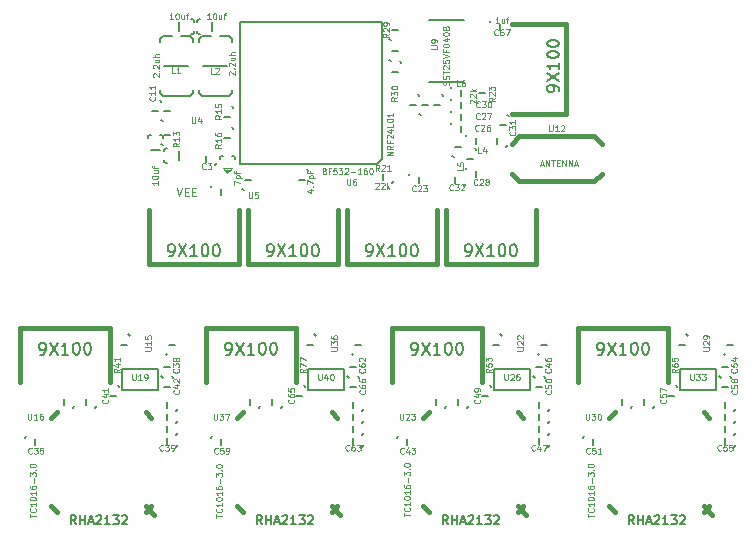
<source format=gto>
G04 (created by PCBNEW-RS274X (2010-03-14)-final) date Thu 13 Oct 2011 08:56:15 PM EDT*
G01*
G70*
G90*
%MOIN*%
G04 Gerber Fmt 3.4, Leading zero omitted, Abs format*
%FSLAX34Y34*%
G04 APERTURE LIST*
%ADD10C,0.001000*%
%ADD11C,0.005000*%
%ADD12C,0.015000*%
%ADD13C,0.006500*%
%ADD14C,0.008000*%
%ADD15C,0.003900*%
%ADD16C,0.003300*%
%ADD17C,0.004600*%
%ADD18C,0.006600*%
G04 APERTURE END LIST*
G54D10*
G54D11*
X19100Y03150D02*
X19050Y03100D01*
X18750Y03400D02*
X18750Y03200D01*
X22200Y04850D02*
X22150Y04900D01*
X22450Y05200D02*
X22250Y05200D01*
X17450Y02100D02*
X17500Y02150D01*
X17800Y01850D02*
X17800Y02050D01*
X22050Y04100D02*
X22000Y04150D01*
X22300Y04450D02*
X22100Y04450D01*
X22350Y04150D02*
X22400Y04100D01*
X22100Y03800D02*
X22300Y03800D01*
X20900Y05550D02*
X20950Y05500D01*
X20650Y05200D02*
X20850Y05200D01*
X20550Y03850D02*
X20600Y03800D01*
X20300Y03500D02*
X20500Y03500D01*
X19850Y03150D02*
X19800Y03100D01*
X19500Y03400D02*
X19500Y03200D01*
X22550Y01850D02*
X22500Y01800D01*
X22200Y02100D02*
X22200Y01900D01*
X22550Y02650D02*
X22500Y02600D01*
X22200Y02900D02*
X22200Y02700D01*
X22550Y03050D02*
X22500Y03000D01*
X22200Y03300D02*
X22200Y03100D01*
X22550Y02250D02*
X22500Y02200D01*
X22200Y02500D02*
X22200Y02300D01*
X31500Y03150D02*
X31450Y03100D01*
X31150Y03400D02*
X31150Y03200D01*
X34600Y04850D02*
X34550Y04900D01*
X34850Y05200D02*
X34650Y05200D01*
X29850Y02100D02*
X29900Y02150D01*
X30200Y01850D02*
X30200Y02050D01*
X34450Y04100D02*
X34400Y04150D01*
X34700Y04450D02*
X34500Y04450D01*
X34750Y04150D02*
X34800Y04100D01*
X34500Y03800D02*
X34700Y03800D01*
X33300Y05550D02*
X33350Y05500D01*
X33050Y05200D02*
X33250Y05200D01*
X32950Y03850D02*
X33000Y03800D01*
X32700Y03500D02*
X32900Y03500D01*
X32250Y03150D02*
X32200Y03100D01*
X31900Y03400D02*
X31900Y03200D01*
X34950Y01850D02*
X34900Y01800D01*
X34600Y02100D02*
X34600Y01900D01*
X34950Y02650D02*
X34900Y02600D01*
X34600Y02900D02*
X34600Y02700D01*
X34950Y03050D02*
X34900Y03000D01*
X34600Y03300D02*
X34600Y03100D01*
X34950Y02250D02*
X34900Y02200D01*
X34600Y02500D02*
X34600Y02300D01*
X37700Y03150D02*
X37650Y03100D01*
X37350Y03400D02*
X37350Y03200D01*
X40800Y04850D02*
X40750Y04900D01*
X41050Y05200D02*
X40850Y05200D01*
X36050Y02100D02*
X36100Y02150D01*
X36400Y01850D02*
X36400Y02050D01*
X40650Y04100D02*
X40600Y04150D01*
X40900Y04450D02*
X40700Y04450D01*
X40950Y04150D02*
X41000Y04100D01*
X40700Y03800D02*
X40900Y03800D01*
X39500Y05550D02*
X39550Y05500D01*
X39250Y05200D02*
X39450Y05200D01*
X39150Y03850D02*
X39200Y03800D01*
X38900Y03500D02*
X39100Y03500D01*
X38450Y03150D02*
X38400Y03100D01*
X38100Y03400D02*
X38100Y03200D01*
X41150Y01850D02*
X41100Y01800D01*
X40800Y02100D02*
X40800Y01900D01*
X41150Y02650D02*
X41100Y02600D01*
X40800Y02900D02*
X40800Y02700D01*
X41150Y03050D02*
X41100Y03000D01*
X40800Y03300D02*
X40800Y03100D01*
X41150Y02250D02*
X41100Y02200D01*
X40800Y02500D02*
X40800Y02300D01*
X25300Y03150D02*
X25250Y03100D01*
X24950Y03400D02*
X24950Y03200D01*
X28400Y04850D02*
X28350Y04900D01*
X28650Y05200D02*
X28450Y05200D01*
X23650Y02100D02*
X23700Y02150D01*
X24000Y01850D02*
X24000Y02050D01*
X28250Y04100D02*
X28200Y04150D01*
X28500Y04450D02*
X28300Y04450D01*
X28550Y04150D02*
X28600Y04100D01*
X28300Y03800D02*
X28500Y03800D01*
X27100Y05550D02*
X27150Y05500D01*
X26850Y05200D02*
X27050Y05200D01*
X26750Y03850D02*
X26800Y03800D01*
X26500Y03500D02*
X26700Y03500D01*
X26050Y03150D02*
X26000Y03100D01*
X25700Y03400D02*
X25700Y03200D01*
X28750Y01850D02*
X28700Y01800D01*
X28400Y02100D02*
X28400Y01900D01*
X28750Y02650D02*
X28700Y02600D01*
X28400Y02900D02*
X28400Y02700D01*
X28750Y03050D02*
X28700Y03000D01*
X28400Y03300D02*
X28400Y03100D01*
X28750Y02250D02*
X28700Y02200D01*
X28400Y02500D02*
X28400Y02300D01*
X24750Y10350D02*
X24700Y10400D01*
X25000Y10700D02*
X24800Y10700D01*
X26850Y11050D02*
X26900Y11000D01*
X26600Y10700D02*
X26800Y10700D01*
X29950Y14650D02*
X30000Y14600D01*
X29700Y14300D02*
X29900Y14300D01*
X24350Y13150D02*
X24400Y13100D01*
X24100Y12800D02*
X24300Y12800D01*
X24350Y12450D02*
X24400Y12400D01*
X24100Y12100D02*
X24300Y12100D01*
X22050Y12650D02*
X22000Y12700D01*
X22300Y13000D02*
X22100Y13000D01*
X22050Y11850D02*
X22000Y11900D01*
X22300Y12200D02*
X22100Y12200D01*
X21950Y13350D02*
X22000Y13300D01*
X21700Y13000D02*
X21900Y13000D01*
X23850Y11250D02*
X23800Y11200D01*
X23500Y11500D02*
X23500Y11300D01*
X30550Y13550D02*
X30600Y13500D01*
X30300Y13200D02*
X30500Y13200D01*
X31350Y13550D02*
X31400Y13500D01*
X31100Y13200D02*
X31300Y13200D01*
X32150Y12150D02*
X32200Y12200D01*
X32500Y11900D02*
X32500Y12100D01*
X31750Y11450D02*
X31700Y11500D01*
X32000Y11800D02*
X31800Y11800D01*
X32450Y11750D02*
X32500Y11700D01*
X32200Y11400D02*
X32400Y11400D01*
X32150Y11050D02*
X32200Y11100D01*
X32500Y10800D02*
X32500Y11000D01*
X32150Y10550D02*
X32100Y10500D01*
X31800Y10800D02*
X31800Y10600D01*
X33550Y11850D02*
X33500Y11800D01*
X33200Y12100D02*
X33200Y11900D01*
X33538Y12873D02*
X33588Y12823D01*
X33288Y12523D02*
X33488Y12523D01*
X31650Y13750D02*
X31700Y13800D01*
X32000Y13500D02*
X32000Y13700D01*
X31650Y13350D02*
X31700Y13400D01*
X32000Y13100D02*
X32000Y13300D01*
X31650Y12950D02*
X31700Y13000D01*
X32000Y12700D02*
X32000Y12900D01*
X31650Y12550D02*
X31700Y12600D01*
X32000Y12300D02*
X32000Y12500D01*
X29750Y10650D02*
X29700Y10600D01*
X29400Y10900D02*
X29400Y10700D01*
X30650Y12850D02*
X30600Y12900D01*
X30900Y13200D02*
X30700Y13200D01*
X30250Y10850D02*
X30300Y10900D01*
X30600Y10600D02*
X30600Y10800D01*
X29650Y14650D02*
X29600Y14700D01*
X29900Y15000D02*
X29700Y15000D01*
X29650Y15350D02*
X29600Y15400D01*
X29900Y15700D02*
X29700Y15700D01*
X32550Y13250D02*
X32500Y13300D01*
X32800Y13600D02*
X32600Y13600D01*
X23100Y15950D02*
X23100Y16000D01*
X23100Y16000D02*
X23050Y16050D01*
X23050Y16050D02*
X23000Y16050D01*
X23000Y15550D02*
X23050Y15550D01*
X23050Y15550D02*
X23100Y15600D01*
X23100Y15600D02*
X23100Y15650D01*
X22600Y15650D02*
X22600Y15950D01*
X23200Y15650D02*
X23200Y15600D01*
X23200Y15600D02*
X23250Y15550D01*
X23250Y15550D02*
X23300Y15550D01*
X23300Y16050D02*
X23250Y16050D01*
X23250Y16050D02*
X23200Y16000D01*
X23200Y16000D02*
X23200Y15950D01*
X23700Y15950D02*
X23700Y15650D01*
X22100Y11350D02*
X22100Y11300D01*
X22100Y11300D02*
X22150Y11250D01*
X22150Y11250D02*
X22200Y11250D01*
X22200Y11750D02*
X22150Y11750D01*
X22150Y11750D02*
X22100Y11700D01*
X22100Y11700D02*
X22100Y11650D01*
X22600Y11650D02*
X22600Y11350D01*
X21650Y12200D02*
X21600Y12200D01*
X21600Y12200D02*
X21550Y12150D01*
X21550Y12150D02*
X21550Y12100D01*
X22050Y12100D02*
X22050Y12150D01*
X22050Y12150D02*
X22000Y12200D01*
X22000Y12200D02*
X21950Y12200D01*
X21950Y11700D02*
X21650Y11700D01*
X22650Y15500D02*
X22950Y15500D01*
X22950Y15500D02*
X23050Y15400D01*
X23050Y15400D02*
X23050Y15300D01*
X21950Y15300D02*
X21950Y15400D01*
X21950Y15400D02*
X22050Y15500D01*
X22050Y15500D02*
X22350Y15500D01*
X21950Y13700D02*
X21950Y13600D01*
X21950Y13600D02*
X22050Y13500D01*
X22050Y13500D02*
X22950Y13500D01*
X22950Y13500D02*
X23050Y13600D01*
X23050Y13600D02*
X23050Y13700D01*
X22100Y14500D02*
X22900Y14500D01*
X23950Y15500D02*
X24250Y15500D01*
X24250Y15500D02*
X24350Y15400D01*
X24350Y15400D02*
X24350Y15300D01*
X23250Y15300D02*
X23250Y15400D01*
X23250Y15400D02*
X23350Y15500D01*
X23350Y15500D02*
X23650Y15500D01*
X23250Y13700D02*
X23250Y13600D01*
X23250Y13600D02*
X23350Y13500D01*
X23350Y13500D02*
X24250Y13500D01*
X24250Y13500D02*
X24350Y13600D01*
X24350Y13600D02*
X24350Y13700D01*
X23400Y14500D02*
X24200Y14500D01*
G54D12*
X33679Y10900D02*
X33929Y10650D01*
X33929Y10650D02*
X36429Y10650D01*
X36429Y10650D02*
X36679Y10900D01*
X33679Y11900D02*
X33929Y12150D01*
X33929Y12150D02*
X36429Y12150D01*
X36429Y12150D02*
X36679Y11900D01*
G54D13*
X29362Y11396D02*
X29204Y11238D01*
X29204Y11238D02*
X24638Y11238D01*
X24638Y11238D02*
X24638Y15962D01*
X24638Y15962D02*
X29362Y15962D01*
X29362Y15962D02*
X29362Y11396D01*
G54D12*
X17300Y03950D02*
X17300Y05750D01*
X17300Y05750D02*
X20300Y05750D01*
X20300Y05750D02*
X20300Y03950D01*
X24600Y09700D02*
X24600Y07900D01*
X24600Y07900D02*
X21600Y07900D01*
X21600Y07900D02*
X21600Y09700D01*
X29700Y03950D02*
X29700Y05750D01*
X29700Y05750D02*
X32700Y05750D01*
X32700Y05750D02*
X32700Y03950D01*
X31200Y09700D02*
X31200Y07900D01*
X31200Y07900D02*
X28200Y07900D01*
X28200Y07900D02*
X28200Y09700D01*
X35900Y03950D02*
X35900Y05750D01*
X35900Y05750D02*
X38900Y05750D01*
X38900Y05750D02*
X38900Y03950D01*
X34500Y09700D02*
X34500Y07900D01*
X34500Y07900D02*
X31500Y07900D01*
X31500Y07900D02*
X31500Y09700D01*
X23500Y03950D02*
X23500Y05750D01*
X23500Y05750D02*
X26500Y05750D01*
X26500Y05750D02*
X26500Y03950D01*
X27900Y09700D02*
X27900Y07900D01*
X27900Y07900D02*
X24900Y07900D01*
X24900Y07900D02*
X24900Y09700D01*
X33700Y15900D02*
X35500Y15900D01*
X35500Y15900D02*
X35500Y12900D01*
X35500Y12900D02*
X33700Y12900D01*
X21673Y-00176D02*
X21476Y-00373D01*
X21476Y-00176D02*
X21772Y-00472D01*
X21673Y02776D02*
X21476Y02973D01*
X18327Y02776D02*
X18524Y02973D01*
X18524Y-00373D02*
X18327Y-00176D01*
X34073Y-00176D02*
X33876Y-00373D01*
X33876Y-00176D02*
X34172Y-00472D01*
X34073Y02776D02*
X33876Y02973D01*
X30727Y02776D02*
X30924Y02973D01*
X30924Y-00373D02*
X30727Y-00176D01*
X40273Y-00176D02*
X40076Y-00373D01*
X40076Y-00176D02*
X40372Y-00472D01*
X40273Y02776D02*
X40076Y02973D01*
X36927Y02776D02*
X37124Y02973D01*
X37124Y-00373D02*
X36927Y-00176D01*
X27873Y-00176D02*
X27676Y-00373D01*
X27676Y-00176D02*
X27972Y-00472D01*
X27873Y02776D02*
X27676Y02973D01*
X24527Y02776D02*
X24724Y02973D01*
X24724Y-00373D02*
X24527Y-00176D01*
G54D14*
X32091Y13967D02*
X30909Y13967D01*
X32091Y16033D02*
X30909Y16033D01*
G54D11*
X21900Y04400D02*
X21900Y03700D01*
X21900Y03700D02*
X20700Y03700D01*
X20700Y03700D02*
X20700Y04400D01*
X20700Y04400D02*
X21900Y04400D01*
X34300Y04400D02*
X34300Y03700D01*
X34300Y03700D02*
X33100Y03700D01*
X33100Y03700D02*
X33100Y04400D01*
X33100Y04400D02*
X34300Y04400D01*
X40500Y04400D02*
X40500Y03700D01*
X40500Y03700D02*
X39300Y03700D01*
X39300Y03700D02*
X39300Y04400D01*
X39300Y04400D02*
X40500Y04400D01*
X28100Y04400D02*
X28100Y03700D01*
X28100Y03700D02*
X26900Y03700D01*
X26900Y03700D02*
X26900Y04400D01*
X26900Y04400D02*
X28100Y04400D01*
X32950Y15950D02*
X33000Y16000D01*
X33300Y15700D02*
X33300Y15900D01*
X23650Y10450D02*
X23700Y10500D01*
X24000Y10200D02*
X24000Y10400D01*
G54D15*
X24239Y10961D02*
X24161Y10961D01*
X24279Y11000D02*
X24121Y11000D01*
X24318Y11039D02*
X24082Y11039D01*
X24357Y11079D02*
X24200Y10921D01*
X24200Y10921D02*
X24043Y11079D01*
X24043Y11079D02*
X24357Y11079D01*
G54D11*
X24050Y11500D02*
X24000Y11500D01*
X24000Y11500D02*
X23950Y11450D01*
X23950Y11450D02*
X23950Y11400D01*
X24450Y11400D02*
X24450Y11450D01*
X24450Y11450D02*
X24400Y11500D01*
X24400Y11500D02*
X24350Y11500D01*
G54D16*
X17687Y01590D02*
X17677Y01581D01*
X17649Y01571D01*
X17630Y01571D01*
X17601Y01581D01*
X17582Y01600D01*
X17573Y01619D01*
X17563Y01657D01*
X17563Y01685D01*
X17573Y01723D01*
X17582Y01742D01*
X17601Y01762D01*
X17630Y01771D01*
X17649Y01771D01*
X17677Y01762D01*
X17687Y01752D01*
X17754Y01771D02*
X17877Y01771D01*
X17811Y01695D01*
X17839Y01695D01*
X17858Y01685D01*
X17868Y01676D01*
X17877Y01657D01*
X17877Y01609D01*
X17868Y01590D01*
X17858Y01581D01*
X17839Y01571D01*
X17782Y01571D01*
X17763Y01581D01*
X17754Y01590D01*
X18058Y01771D02*
X17963Y01771D01*
X17953Y01676D01*
X17963Y01685D01*
X17982Y01695D01*
X18029Y01695D01*
X18048Y01685D01*
X18058Y01676D01*
X18067Y01657D01*
X18067Y01609D01*
X18058Y01590D01*
X18048Y01581D01*
X18029Y01571D01*
X17982Y01571D01*
X17963Y01581D01*
X17953Y01590D01*
X22574Y04393D02*
X22583Y04383D01*
X22593Y04355D01*
X22593Y04336D01*
X22583Y04307D01*
X22564Y04288D01*
X22545Y04279D01*
X22507Y04269D01*
X22479Y04269D01*
X22441Y04279D01*
X22422Y04288D01*
X22402Y04307D01*
X22393Y04336D01*
X22393Y04355D01*
X22402Y04383D01*
X22412Y04393D01*
X22393Y04460D02*
X22393Y04583D01*
X22469Y04517D01*
X22469Y04545D01*
X22479Y04564D01*
X22488Y04574D01*
X22507Y04583D01*
X22555Y04583D01*
X22574Y04574D01*
X22583Y04564D01*
X22593Y04545D01*
X22593Y04488D01*
X22583Y04469D01*
X22574Y04460D01*
X22479Y04697D02*
X22469Y04678D01*
X22460Y04669D01*
X22441Y04659D01*
X22431Y04659D01*
X22412Y04669D01*
X22402Y04678D01*
X22393Y04697D01*
X22393Y04735D01*
X22402Y04754D01*
X22412Y04764D01*
X22431Y04773D01*
X22441Y04773D01*
X22460Y04764D01*
X22469Y04754D01*
X22479Y04735D01*
X22479Y04697D01*
X22488Y04678D01*
X22498Y04669D01*
X22517Y04659D01*
X22555Y04659D01*
X22574Y04669D01*
X22583Y04678D01*
X22593Y04697D01*
X22593Y04735D01*
X22583Y04754D01*
X22574Y04764D01*
X22555Y04773D01*
X22517Y04773D01*
X22498Y04764D01*
X22488Y04754D01*
X22479Y04735D01*
X22585Y03685D02*
X22594Y03675D01*
X22604Y03647D01*
X22604Y03628D01*
X22594Y03599D01*
X22575Y03580D01*
X22556Y03571D01*
X22518Y03561D01*
X22490Y03561D01*
X22452Y03571D01*
X22433Y03580D01*
X22413Y03599D01*
X22404Y03628D01*
X22404Y03647D01*
X22413Y03675D01*
X22423Y03685D01*
X22471Y03856D02*
X22604Y03856D01*
X22394Y03809D02*
X22537Y03761D01*
X22537Y03885D01*
X22423Y03951D02*
X22413Y03961D01*
X22404Y03980D01*
X22404Y04027D01*
X22413Y04046D01*
X22423Y04056D01*
X22442Y04065D01*
X22461Y04065D01*
X22490Y04056D01*
X22604Y03942D01*
X22604Y04065D01*
X20617Y04395D02*
X20522Y04328D01*
X20617Y04281D02*
X20417Y04281D01*
X20417Y04357D01*
X20426Y04376D01*
X20436Y04385D01*
X20455Y04395D01*
X20484Y04395D01*
X20503Y04385D01*
X20512Y04376D01*
X20522Y04357D01*
X20522Y04281D01*
X20484Y04566D02*
X20617Y04566D01*
X20407Y04519D02*
X20550Y04471D01*
X20550Y04595D01*
X20617Y04775D02*
X20617Y04661D01*
X20617Y04718D02*
X20417Y04718D01*
X20446Y04699D01*
X20465Y04680D01*
X20474Y04661D01*
X20213Y03378D02*
X20222Y03368D01*
X20232Y03340D01*
X20232Y03321D01*
X20222Y03292D01*
X20203Y03273D01*
X20184Y03264D01*
X20146Y03254D01*
X20118Y03254D01*
X20080Y03264D01*
X20061Y03273D01*
X20041Y03292D01*
X20032Y03321D01*
X20032Y03340D01*
X20041Y03368D01*
X20051Y03378D01*
X20099Y03549D02*
X20232Y03549D01*
X20022Y03502D02*
X20165Y03454D01*
X20165Y03578D01*
X20232Y03758D02*
X20232Y03644D01*
X20232Y03701D02*
X20032Y03701D01*
X20061Y03682D01*
X20080Y03663D01*
X20089Y03644D01*
X22064Y01692D02*
X22054Y01683D01*
X22026Y01673D01*
X22007Y01673D01*
X21978Y01683D01*
X21959Y01702D01*
X21950Y01721D01*
X21940Y01759D01*
X21940Y01787D01*
X21950Y01825D01*
X21959Y01844D01*
X21978Y01864D01*
X22007Y01873D01*
X22026Y01873D01*
X22054Y01864D01*
X22064Y01854D01*
X22131Y01873D02*
X22254Y01873D01*
X22188Y01797D01*
X22216Y01797D01*
X22235Y01787D01*
X22245Y01778D01*
X22254Y01759D01*
X22254Y01711D01*
X22245Y01692D01*
X22235Y01683D01*
X22216Y01673D01*
X22159Y01673D01*
X22140Y01683D01*
X22131Y01692D01*
X22349Y01673D02*
X22387Y01673D01*
X22406Y01683D01*
X22416Y01692D01*
X22435Y01721D01*
X22444Y01759D01*
X22444Y01835D01*
X22435Y01854D01*
X22425Y01864D01*
X22406Y01873D01*
X22368Y01873D01*
X22349Y01864D01*
X22340Y01854D01*
X22330Y01835D01*
X22330Y01787D01*
X22340Y01768D01*
X22349Y01759D01*
X22368Y01749D01*
X22406Y01749D01*
X22425Y01759D01*
X22435Y01768D01*
X22444Y01787D01*
X30087Y01590D02*
X30077Y01581D01*
X30049Y01571D01*
X30030Y01571D01*
X30001Y01581D01*
X29982Y01600D01*
X29973Y01619D01*
X29963Y01657D01*
X29963Y01685D01*
X29973Y01723D01*
X29982Y01742D01*
X30001Y01762D01*
X30030Y01771D01*
X30049Y01771D01*
X30077Y01762D01*
X30087Y01752D01*
X30258Y01704D02*
X30258Y01571D01*
X30211Y01781D02*
X30163Y01638D01*
X30287Y01638D01*
X30344Y01771D02*
X30467Y01771D01*
X30401Y01695D01*
X30429Y01695D01*
X30448Y01685D01*
X30458Y01676D01*
X30467Y01657D01*
X30467Y01609D01*
X30458Y01590D01*
X30448Y01581D01*
X30429Y01571D01*
X30372Y01571D01*
X30353Y01581D01*
X30344Y01590D01*
X34974Y04393D02*
X34983Y04383D01*
X34993Y04355D01*
X34993Y04336D01*
X34983Y04307D01*
X34964Y04288D01*
X34945Y04279D01*
X34907Y04269D01*
X34879Y04269D01*
X34841Y04279D01*
X34822Y04288D01*
X34802Y04307D01*
X34793Y04336D01*
X34793Y04355D01*
X34802Y04383D01*
X34812Y04393D01*
X34860Y04564D02*
X34993Y04564D01*
X34783Y04517D02*
X34926Y04469D01*
X34926Y04593D01*
X34793Y04754D02*
X34793Y04716D01*
X34802Y04697D01*
X34812Y04688D01*
X34841Y04669D01*
X34879Y04659D01*
X34955Y04659D01*
X34974Y04669D01*
X34983Y04678D01*
X34993Y04697D01*
X34993Y04735D01*
X34983Y04754D01*
X34974Y04764D01*
X34955Y04773D01*
X34907Y04773D01*
X34888Y04764D01*
X34879Y04754D01*
X34869Y04735D01*
X34869Y04697D01*
X34879Y04678D01*
X34888Y04669D01*
X34907Y04659D01*
X34985Y03685D02*
X34994Y03675D01*
X35004Y03647D01*
X35004Y03628D01*
X34994Y03599D01*
X34975Y03580D01*
X34956Y03571D01*
X34918Y03561D01*
X34890Y03561D01*
X34852Y03571D01*
X34833Y03580D01*
X34813Y03599D01*
X34804Y03628D01*
X34804Y03647D01*
X34813Y03675D01*
X34823Y03685D01*
X34804Y03866D02*
X34804Y03771D01*
X34899Y03761D01*
X34890Y03771D01*
X34880Y03790D01*
X34880Y03837D01*
X34890Y03856D01*
X34899Y03866D01*
X34918Y03875D01*
X34966Y03875D01*
X34985Y03866D01*
X34994Y03856D01*
X35004Y03837D01*
X35004Y03790D01*
X34994Y03771D01*
X34985Y03761D01*
X34804Y03999D02*
X34804Y04018D01*
X34813Y04037D01*
X34823Y04046D01*
X34842Y04056D01*
X34880Y04065D01*
X34928Y04065D01*
X34966Y04056D01*
X34985Y04046D01*
X34994Y04037D01*
X35004Y04018D01*
X35004Y03999D01*
X34994Y03980D01*
X34985Y03970D01*
X34966Y03961D01*
X34928Y03951D01*
X34880Y03951D01*
X34842Y03961D01*
X34823Y03970D01*
X34813Y03980D01*
X34804Y03999D01*
X33017Y04395D02*
X32922Y04328D01*
X33017Y04281D02*
X32817Y04281D01*
X32817Y04357D01*
X32826Y04376D01*
X32836Y04385D01*
X32855Y04395D01*
X32884Y04395D01*
X32903Y04385D01*
X32912Y04376D01*
X32922Y04357D01*
X32922Y04281D01*
X32817Y04576D02*
X32817Y04481D01*
X32912Y04471D01*
X32903Y04481D01*
X32893Y04500D01*
X32893Y04547D01*
X32903Y04566D01*
X32912Y04576D01*
X32931Y04585D01*
X32979Y04585D01*
X32998Y04576D01*
X33007Y04566D01*
X33017Y04547D01*
X33017Y04500D01*
X33007Y04481D01*
X32998Y04471D01*
X32817Y04652D02*
X32817Y04775D01*
X32893Y04709D01*
X32893Y04737D01*
X32903Y04756D01*
X32912Y04766D01*
X32931Y04775D01*
X32979Y04775D01*
X32998Y04766D01*
X33007Y04756D01*
X33017Y04737D01*
X33017Y04680D01*
X33007Y04661D01*
X32998Y04652D01*
X32613Y03378D02*
X32622Y03368D01*
X32632Y03340D01*
X32632Y03321D01*
X32622Y03292D01*
X32603Y03273D01*
X32584Y03264D01*
X32546Y03254D01*
X32518Y03254D01*
X32480Y03264D01*
X32461Y03273D01*
X32441Y03292D01*
X32432Y03321D01*
X32432Y03340D01*
X32441Y03368D01*
X32451Y03378D01*
X32499Y03549D02*
X32632Y03549D01*
X32422Y03502D02*
X32565Y03454D01*
X32565Y03578D01*
X32632Y03663D02*
X32632Y03701D01*
X32622Y03720D01*
X32613Y03730D01*
X32584Y03749D01*
X32546Y03758D01*
X32470Y03758D01*
X32451Y03749D01*
X32441Y03739D01*
X32432Y03720D01*
X32432Y03682D01*
X32441Y03663D01*
X32451Y03654D01*
X32470Y03644D01*
X32518Y03644D01*
X32537Y03654D01*
X32546Y03663D01*
X32556Y03682D01*
X32556Y03720D01*
X32546Y03739D01*
X32537Y03749D01*
X32518Y03758D01*
X34464Y01692D02*
X34454Y01683D01*
X34426Y01673D01*
X34407Y01673D01*
X34378Y01683D01*
X34359Y01702D01*
X34350Y01721D01*
X34340Y01759D01*
X34340Y01787D01*
X34350Y01825D01*
X34359Y01844D01*
X34378Y01864D01*
X34407Y01873D01*
X34426Y01873D01*
X34454Y01864D01*
X34464Y01854D01*
X34635Y01806D02*
X34635Y01673D01*
X34588Y01883D02*
X34540Y01740D01*
X34664Y01740D01*
X34721Y01873D02*
X34854Y01873D01*
X34768Y01673D01*
X36287Y01590D02*
X36277Y01581D01*
X36249Y01571D01*
X36230Y01571D01*
X36201Y01581D01*
X36182Y01600D01*
X36173Y01619D01*
X36163Y01657D01*
X36163Y01685D01*
X36173Y01723D01*
X36182Y01742D01*
X36201Y01762D01*
X36230Y01771D01*
X36249Y01771D01*
X36277Y01762D01*
X36287Y01752D01*
X36468Y01771D02*
X36373Y01771D01*
X36363Y01676D01*
X36373Y01685D01*
X36392Y01695D01*
X36439Y01695D01*
X36458Y01685D01*
X36468Y01676D01*
X36477Y01657D01*
X36477Y01609D01*
X36468Y01590D01*
X36458Y01581D01*
X36439Y01571D01*
X36392Y01571D01*
X36373Y01581D01*
X36363Y01590D01*
X36667Y01571D02*
X36553Y01571D01*
X36610Y01571D02*
X36610Y01771D01*
X36591Y01742D01*
X36572Y01723D01*
X36553Y01714D01*
X41174Y04393D02*
X41183Y04383D01*
X41193Y04355D01*
X41193Y04336D01*
X41183Y04307D01*
X41164Y04288D01*
X41145Y04279D01*
X41107Y04269D01*
X41079Y04269D01*
X41041Y04279D01*
X41022Y04288D01*
X41002Y04307D01*
X40993Y04336D01*
X40993Y04355D01*
X41002Y04383D01*
X41012Y04393D01*
X40993Y04574D02*
X40993Y04479D01*
X41088Y04469D01*
X41079Y04479D01*
X41069Y04498D01*
X41069Y04545D01*
X41079Y04564D01*
X41088Y04574D01*
X41107Y04583D01*
X41155Y04583D01*
X41174Y04574D01*
X41183Y04564D01*
X41193Y04545D01*
X41193Y04498D01*
X41183Y04479D01*
X41174Y04469D01*
X41060Y04754D02*
X41193Y04754D01*
X40983Y04707D02*
X41126Y04659D01*
X41126Y04783D01*
X41185Y03685D02*
X41194Y03675D01*
X41204Y03647D01*
X41204Y03628D01*
X41194Y03599D01*
X41175Y03580D01*
X41156Y03571D01*
X41118Y03561D01*
X41090Y03561D01*
X41052Y03571D01*
X41033Y03580D01*
X41013Y03599D01*
X41004Y03628D01*
X41004Y03647D01*
X41013Y03675D01*
X41023Y03685D01*
X41004Y03866D02*
X41004Y03771D01*
X41099Y03761D01*
X41090Y03771D01*
X41080Y03790D01*
X41080Y03837D01*
X41090Y03856D01*
X41099Y03866D01*
X41118Y03875D01*
X41166Y03875D01*
X41185Y03866D01*
X41194Y03856D01*
X41204Y03837D01*
X41204Y03790D01*
X41194Y03771D01*
X41185Y03761D01*
X41090Y03989D02*
X41080Y03970D01*
X41071Y03961D01*
X41052Y03951D01*
X41042Y03951D01*
X41023Y03961D01*
X41013Y03970D01*
X41004Y03989D01*
X41004Y04027D01*
X41013Y04046D01*
X41023Y04056D01*
X41042Y04065D01*
X41052Y04065D01*
X41071Y04056D01*
X41080Y04046D01*
X41090Y04027D01*
X41090Y03989D01*
X41099Y03970D01*
X41109Y03961D01*
X41128Y03951D01*
X41166Y03951D01*
X41185Y03961D01*
X41194Y03970D01*
X41204Y03989D01*
X41204Y04027D01*
X41194Y04046D01*
X41185Y04056D01*
X41166Y04065D01*
X41128Y04065D01*
X41109Y04056D01*
X41099Y04046D01*
X41090Y04027D01*
X39217Y04395D02*
X39122Y04328D01*
X39217Y04281D02*
X39017Y04281D01*
X39017Y04357D01*
X39026Y04376D01*
X39036Y04385D01*
X39055Y04395D01*
X39084Y04395D01*
X39103Y04385D01*
X39112Y04376D01*
X39122Y04357D01*
X39122Y04281D01*
X39017Y04566D02*
X39017Y04528D01*
X39026Y04509D01*
X39036Y04500D01*
X39065Y04481D01*
X39103Y04471D01*
X39179Y04471D01*
X39198Y04481D01*
X39207Y04490D01*
X39217Y04509D01*
X39217Y04547D01*
X39207Y04566D01*
X39198Y04576D01*
X39179Y04585D01*
X39131Y04585D01*
X39112Y04576D01*
X39103Y04566D01*
X39093Y04547D01*
X39093Y04509D01*
X39103Y04490D01*
X39112Y04481D01*
X39131Y04471D01*
X39017Y04766D02*
X39017Y04671D01*
X39112Y04661D01*
X39103Y04671D01*
X39093Y04690D01*
X39093Y04737D01*
X39103Y04756D01*
X39112Y04766D01*
X39131Y04775D01*
X39179Y04775D01*
X39198Y04766D01*
X39207Y04756D01*
X39217Y04737D01*
X39217Y04690D01*
X39207Y04671D01*
X39198Y04661D01*
X38813Y03378D02*
X38822Y03368D01*
X38832Y03340D01*
X38832Y03321D01*
X38822Y03292D01*
X38803Y03273D01*
X38784Y03264D01*
X38746Y03254D01*
X38718Y03254D01*
X38680Y03264D01*
X38661Y03273D01*
X38641Y03292D01*
X38632Y03321D01*
X38632Y03340D01*
X38641Y03368D01*
X38651Y03378D01*
X38632Y03559D02*
X38632Y03464D01*
X38727Y03454D01*
X38718Y03464D01*
X38708Y03483D01*
X38708Y03530D01*
X38718Y03549D01*
X38727Y03559D01*
X38746Y03568D01*
X38794Y03568D01*
X38813Y03559D01*
X38822Y03549D01*
X38832Y03530D01*
X38832Y03483D01*
X38822Y03464D01*
X38813Y03454D01*
X38632Y03635D02*
X38632Y03768D01*
X38832Y03682D01*
X40664Y01692D02*
X40654Y01683D01*
X40626Y01673D01*
X40607Y01673D01*
X40578Y01683D01*
X40559Y01702D01*
X40550Y01721D01*
X40540Y01759D01*
X40540Y01787D01*
X40550Y01825D01*
X40559Y01844D01*
X40578Y01864D01*
X40607Y01873D01*
X40626Y01873D01*
X40654Y01864D01*
X40664Y01854D01*
X40845Y01873D02*
X40750Y01873D01*
X40740Y01778D01*
X40750Y01787D01*
X40769Y01797D01*
X40816Y01797D01*
X40835Y01787D01*
X40845Y01778D01*
X40854Y01759D01*
X40854Y01711D01*
X40845Y01692D01*
X40835Y01683D01*
X40816Y01673D01*
X40769Y01673D01*
X40750Y01683D01*
X40740Y01692D01*
X41035Y01873D02*
X40940Y01873D01*
X40930Y01778D01*
X40940Y01787D01*
X40959Y01797D01*
X41006Y01797D01*
X41025Y01787D01*
X41035Y01778D01*
X41044Y01759D01*
X41044Y01711D01*
X41035Y01692D01*
X41025Y01683D01*
X41006Y01673D01*
X40959Y01673D01*
X40940Y01683D01*
X40930Y01692D01*
X23887Y01590D02*
X23877Y01581D01*
X23849Y01571D01*
X23830Y01571D01*
X23801Y01581D01*
X23782Y01600D01*
X23773Y01619D01*
X23763Y01657D01*
X23763Y01685D01*
X23773Y01723D01*
X23782Y01742D01*
X23801Y01762D01*
X23830Y01771D01*
X23849Y01771D01*
X23877Y01762D01*
X23887Y01752D01*
X24068Y01771D02*
X23973Y01771D01*
X23963Y01676D01*
X23973Y01685D01*
X23992Y01695D01*
X24039Y01695D01*
X24058Y01685D01*
X24068Y01676D01*
X24077Y01657D01*
X24077Y01609D01*
X24068Y01590D01*
X24058Y01581D01*
X24039Y01571D01*
X23992Y01571D01*
X23973Y01581D01*
X23963Y01590D01*
X24172Y01571D02*
X24210Y01571D01*
X24229Y01581D01*
X24239Y01590D01*
X24258Y01619D01*
X24267Y01657D01*
X24267Y01733D01*
X24258Y01752D01*
X24248Y01762D01*
X24229Y01771D01*
X24191Y01771D01*
X24172Y01762D01*
X24163Y01752D01*
X24153Y01733D01*
X24153Y01685D01*
X24163Y01666D01*
X24172Y01657D01*
X24191Y01647D01*
X24229Y01647D01*
X24248Y01657D01*
X24258Y01666D01*
X24267Y01685D01*
X28774Y04393D02*
X28783Y04383D01*
X28793Y04355D01*
X28793Y04336D01*
X28783Y04307D01*
X28764Y04288D01*
X28745Y04279D01*
X28707Y04269D01*
X28679Y04269D01*
X28641Y04279D01*
X28622Y04288D01*
X28602Y04307D01*
X28593Y04336D01*
X28593Y04355D01*
X28602Y04383D01*
X28612Y04393D01*
X28593Y04564D02*
X28593Y04526D01*
X28602Y04507D01*
X28612Y04498D01*
X28641Y04479D01*
X28679Y04469D01*
X28755Y04469D01*
X28774Y04479D01*
X28783Y04488D01*
X28793Y04507D01*
X28793Y04545D01*
X28783Y04564D01*
X28774Y04574D01*
X28755Y04583D01*
X28707Y04583D01*
X28688Y04574D01*
X28679Y04564D01*
X28669Y04545D01*
X28669Y04507D01*
X28679Y04488D01*
X28688Y04479D01*
X28707Y04469D01*
X28612Y04659D02*
X28602Y04669D01*
X28593Y04688D01*
X28593Y04735D01*
X28602Y04754D01*
X28612Y04764D01*
X28631Y04773D01*
X28650Y04773D01*
X28679Y04764D01*
X28793Y04650D01*
X28793Y04773D01*
X28785Y03685D02*
X28794Y03675D01*
X28804Y03647D01*
X28804Y03628D01*
X28794Y03599D01*
X28775Y03580D01*
X28756Y03571D01*
X28718Y03561D01*
X28690Y03561D01*
X28652Y03571D01*
X28633Y03580D01*
X28613Y03599D01*
X28604Y03628D01*
X28604Y03647D01*
X28613Y03675D01*
X28623Y03685D01*
X28604Y03856D02*
X28604Y03818D01*
X28613Y03799D01*
X28623Y03790D01*
X28652Y03771D01*
X28690Y03761D01*
X28766Y03761D01*
X28785Y03771D01*
X28794Y03780D01*
X28804Y03799D01*
X28804Y03837D01*
X28794Y03856D01*
X28785Y03866D01*
X28766Y03875D01*
X28718Y03875D01*
X28699Y03866D01*
X28690Y03856D01*
X28680Y03837D01*
X28680Y03799D01*
X28690Y03780D01*
X28699Y03771D01*
X28718Y03761D01*
X28604Y04046D02*
X28604Y04008D01*
X28613Y03989D01*
X28623Y03980D01*
X28652Y03961D01*
X28690Y03951D01*
X28766Y03951D01*
X28785Y03961D01*
X28794Y03970D01*
X28804Y03989D01*
X28804Y04027D01*
X28794Y04046D01*
X28785Y04056D01*
X28766Y04065D01*
X28718Y04065D01*
X28699Y04056D01*
X28690Y04046D01*
X28680Y04027D01*
X28680Y03989D01*
X28690Y03970D01*
X28699Y03961D01*
X28718Y03951D01*
X26817Y04395D02*
X26722Y04328D01*
X26817Y04281D02*
X26617Y04281D01*
X26617Y04357D01*
X26626Y04376D01*
X26636Y04385D01*
X26655Y04395D01*
X26684Y04395D01*
X26703Y04385D01*
X26712Y04376D01*
X26722Y04357D01*
X26722Y04281D01*
X26617Y04462D02*
X26617Y04595D01*
X26817Y04509D01*
X26617Y04652D02*
X26617Y04785D01*
X26817Y04699D01*
X26413Y03378D02*
X26422Y03368D01*
X26432Y03340D01*
X26432Y03321D01*
X26422Y03292D01*
X26403Y03273D01*
X26384Y03264D01*
X26346Y03254D01*
X26318Y03254D01*
X26280Y03264D01*
X26261Y03273D01*
X26241Y03292D01*
X26232Y03321D01*
X26232Y03340D01*
X26241Y03368D01*
X26251Y03378D01*
X26232Y03549D02*
X26232Y03511D01*
X26241Y03492D01*
X26251Y03483D01*
X26280Y03464D01*
X26318Y03454D01*
X26394Y03454D01*
X26413Y03464D01*
X26422Y03473D01*
X26432Y03492D01*
X26432Y03530D01*
X26422Y03549D01*
X26413Y03559D01*
X26394Y03568D01*
X26346Y03568D01*
X26327Y03559D01*
X26318Y03549D01*
X26308Y03530D01*
X26308Y03492D01*
X26318Y03473D01*
X26327Y03464D01*
X26346Y03454D01*
X26232Y03749D02*
X26232Y03654D01*
X26327Y03644D01*
X26318Y03654D01*
X26308Y03673D01*
X26308Y03720D01*
X26318Y03739D01*
X26327Y03749D01*
X26346Y03758D01*
X26394Y03758D01*
X26413Y03749D01*
X26422Y03739D01*
X26432Y03720D01*
X26432Y03673D01*
X26422Y03654D01*
X26413Y03644D01*
X28264Y01692D02*
X28254Y01683D01*
X28226Y01673D01*
X28207Y01673D01*
X28178Y01683D01*
X28159Y01702D01*
X28150Y01721D01*
X28140Y01759D01*
X28140Y01787D01*
X28150Y01825D01*
X28159Y01844D01*
X28178Y01864D01*
X28207Y01873D01*
X28226Y01873D01*
X28254Y01864D01*
X28264Y01854D01*
X28435Y01873D02*
X28397Y01873D01*
X28378Y01864D01*
X28369Y01854D01*
X28350Y01825D01*
X28340Y01787D01*
X28340Y01711D01*
X28350Y01692D01*
X28359Y01683D01*
X28378Y01673D01*
X28416Y01673D01*
X28435Y01683D01*
X28445Y01692D01*
X28454Y01711D01*
X28454Y01759D01*
X28445Y01778D01*
X28435Y01787D01*
X28416Y01797D01*
X28378Y01797D01*
X28359Y01787D01*
X28350Y01778D01*
X28340Y01759D01*
X28521Y01873D02*
X28644Y01873D01*
X28578Y01797D01*
X28606Y01797D01*
X28625Y01787D01*
X28635Y01778D01*
X28644Y01759D01*
X28644Y01711D01*
X28635Y01692D01*
X28625Y01683D01*
X28606Y01673D01*
X28549Y01673D01*
X28530Y01683D01*
X28521Y01692D01*
X24421Y10544D02*
X24421Y10677D01*
X24621Y10591D01*
X24488Y10753D02*
X24688Y10753D01*
X24497Y10753D02*
X24488Y10772D01*
X24488Y10810D01*
X24497Y10829D01*
X24507Y10838D01*
X24526Y10848D01*
X24583Y10848D01*
X24602Y10838D01*
X24611Y10829D01*
X24621Y10810D01*
X24621Y10772D01*
X24611Y10753D01*
X24488Y10905D02*
X24488Y10981D01*
X24621Y10934D02*
X24450Y10934D01*
X24430Y10943D01*
X24421Y10962D01*
X24421Y10981D01*
X26938Y10365D02*
X27071Y10365D01*
X26861Y10318D02*
X27004Y10270D01*
X27004Y10394D01*
X27052Y10470D02*
X27061Y10479D01*
X27071Y10470D01*
X27061Y10460D01*
X27052Y10470D01*
X27071Y10470D01*
X26871Y10546D02*
X26871Y10679D01*
X27071Y10593D01*
X26938Y10755D02*
X27138Y10755D01*
X26947Y10755D02*
X26938Y10774D01*
X26938Y10812D01*
X26947Y10831D01*
X26957Y10840D01*
X26976Y10850D01*
X27033Y10850D01*
X27052Y10840D01*
X27061Y10831D01*
X27071Y10812D01*
X27071Y10774D01*
X27061Y10755D01*
X26966Y11002D02*
X26966Y10936D01*
X27071Y10936D02*
X26871Y10936D01*
X26871Y11031D01*
X29867Y13454D02*
X29772Y13387D01*
X29867Y13340D02*
X29667Y13340D01*
X29667Y13416D01*
X29676Y13435D01*
X29686Y13444D01*
X29705Y13454D01*
X29734Y13454D01*
X29753Y13444D01*
X29762Y13435D01*
X29772Y13416D01*
X29772Y13340D01*
X29667Y13521D02*
X29667Y13644D01*
X29743Y13578D01*
X29743Y13606D01*
X29753Y13625D01*
X29762Y13635D01*
X29781Y13644D01*
X29829Y13644D01*
X29848Y13635D01*
X29857Y13625D01*
X29867Y13606D01*
X29867Y13549D01*
X29857Y13530D01*
X29848Y13521D01*
X29667Y13768D02*
X29667Y13787D01*
X29676Y13806D01*
X29686Y13815D01*
X29705Y13825D01*
X29743Y13834D01*
X29791Y13834D01*
X29829Y13825D01*
X29848Y13815D01*
X29857Y13806D01*
X29867Y13787D01*
X29867Y13768D01*
X29857Y13749D01*
X29848Y13739D01*
X29829Y13730D01*
X29791Y13720D01*
X29743Y13720D01*
X29705Y13730D01*
X29686Y13739D01*
X29676Y13749D01*
X29667Y13768D01*
X24008Y12858D02*
X23913Y12791D01*
X24008Y12744D02*
X23808Y12744D01*
X23808Y12820D01*
X23817Y12839D01*
X23827Y12848D01*
X23846Y12858D01*
X23875Y12858D01*
X23894Y12848D01*
X23903Y12839D01*
X23913Y12820D01*
X23913Y12744D01*
X24008Y13048D02*
X24008Y12934D01*
X24008Y12991D02*
X23808Y12991D01*
X23837Y12972D01*
X23856Y12953D01*
X23865Y12934D01*
X23808Y13229D02*
X23808Y13134D01*
X23903Y13124D01*
X23894Y13134D01*
X23884Y13153D01*
X23884Y13200D01*
X23894Y13219D01*
X23903Y13229D01*
X23922Y13238D01*
X23970Y13238D01*
X23989Y13229D01*
X23998Y13219D01*
X24008Y13200D01*
X24008Y13153D01*
X23998Y13134D01*
X23989Y13124D01*
X23997Y11887D02*
X23902Y11820D01*
X23997Y11773D02*
X23797Y11773D01*
X23797Y11849D01*
X23806Y11868D01*
X23816Y11877D01*
X23835Y11887D01*
X23864Y11887D01*
X23883Y11877D01*
X23892Y11868D01*
X23902Y11849D01*
X23902Y11773D01*
X23997Y12077D02*
X23997Y11963D01*
X23997Y12020D02*
X23797Y12020D01*
X23826Y12001D01*
X23845Y11982D01*
X23854Y11963D01*
X23797Y12248D02*
X23797Y12210D01*
X23806Y12191D01*
X23816Y12182D01*
X23845Y12163D01*
X23883Y12153D01*
X23959Y12153D01*
X23978Y12163D01*
X23987Y12172D01*
X23997Y12191D01*
X23997Y12229D01*
X23987Y12248D01*
X23978Y12258D01*
X23959Y12267D01*
X23911Y12267D01*
X23892Y12258D01*
X23883Y12248D01*
X23873Y12229D01*
X23873Y12191D01*
X23883Y12172D01*
X23892Y12163D01*
X23911Y12153D01*
X22601Y11926D02*
X22506Y11859D01*
X22601Y11812D02*
X22401Y11812D01*
X22401Y11888D01*
X22410Y11907D01*
X22420Y11916D01*
X22439Y11926D01*
X22468Y11926D01*
X22487Y11916D01*
X22496Y11907D01*
X22506Y11888D01*
X22506Y11812D01*
X22601Y12116D02*
X22601Y12002D01*
X22601Y12059D02*
X22401Y12059D01*
X22430Y12040D01*
X22449Y12021D01*
X22458Y12002D01*
X22401Y12183D02*
X22401Y12306D01*
X22477Y12240D01*
X22477Y12268D01*
X22487Y12287D01*
X22496Y12297D01*
X22515Y12306D01*
X22563Y12306D01*
X22582Y12297D01*
X22591Y12287D01*
X22601Y12268D01*
X22601Y12211D01*
X22591Y12192D01*
X22582Y12183D01*
X21785Y13465D02*
X21794Y13455D01*
X21804Y13427D01*
X21804Y13408D01*
X21794Y13379D01*
X21775Y13360D01*
X21756Y13351D01*
X21718Y13341D01*
X21690Y13341D01*
X21652Y13351D01*
X21633Y13360D01*
X21613Y13379D01*
X21604Y13408D01*
X21604Y13427D01*
X21613Y13455D01*
X21623Y13465D01*
X21804Y13655D02*
X21804Y13541D01*
X21804Y13598D02*
X21604Y13598D01*
X21633Y13579D01*
X21652Y13560D01*
X21661Y13541D01*
X21804Y13845D02*
X21804Y13731D01*
X21804Y13788D02*
X21604Y13788D01*
X21633Y13769D01*
X21652Y13750D01*
X21661Y13731D01*
X23477Y11076D02*
X23467Y11067D01*
X23439Y11057D01*
X23420Y11057D01*
X23391Y11067D01*
X23372Y11086D01*
X23363Y11105D01*
X23353Y11143D01*
X23353Y11171D01*
X23363Y11209D01*
X23372Y11228D01*
X23391Y11248D01*
X23420Y11257D01*
X23439Y11257D01*
X23467Y11248D01*
X23477Y11238D01*
X23544Y11257D02*
X23667Y11257D01*
X23601Y11181D01*
X23629Y11181D01*
X23648Y11171D01*
X23658Y11162D01*
X23667Y11143D01*
X23667Y11095D01*
X23658Y11076D01*
X23648Y11067D01*
X23629Y11057D01*
X23572Y11057D01*
X23553Y11067D01*
X23544Y11076D01*
X32663Y11600D02*
X32568Y11600D01*
X32568Y11800D01*
X32815Y11733D02*
X32815Y11600D01*
X32768Y11810D02*
X32720Y11667D01*
X32844Y11667D01*
X32069Y11115D02*
X32069Y11020D01*
X31869Y11020D01*
X31869Y11277D02*
X31869Y11182D01*
X31964Y11172D01*
X31955Y11182D01*
X31945Y11201D01*
X31945Y11248D01*
X31955Y11267D01*
X31964Y11277D01*
X31983Y11286D01*
X32031Y11286D01*
X32050Y11277D01*
X32059Y11267D01*
X32069Y11248D01*
X32069Y11201D01*
X32059Y11182D01*
X32050Y11172D01*
X32541Y10547D02*
X32531Y10538D01*
X32503Y10528D01*
X32484Y10528D01*
X32455Y10538D01*
X32436Y10557D01*
X32427Y10576D01*
X32417Y10614D01*
X32417Y10642D01*
X32427Y10680D01*
X32436Y10699D01*
X32455Y10719D01*
X32484Y10728D01*
X32503Y10728D01*
X32531Y10719D01*
X32541Y10709D01*
X32617Y10709D02*
X32627Y10719D01*
X32646Y10728D01*
X32693Y10728D01*
X32712Y10719D01*
X32722Y10709D01*
X32731Y10690D01*
X32731Y10671D01*
X32722Y10642D01*
X32608Y10528D01*
X32731Y10528D01*
X32845Y10642D02*
X32826Y10652D01*
X32817Y10661D01*
X32807Y10680D01*
X32807Y10690D01*
X32817Y10709D01*
X32826Y10719D01*
X32845Y10728D01*
X32883Y10728D01*
X32902Y10719D01*
X32912Y10709D01*
X32921Y10690D01*
X32921Y10680D01*
X32912Y10661D01*
X32902Y10652D01*
X32883Y10642D01*
X32845Y10642D01*
X32826Y10633D01*
X32817Y10623D01*
X32807Y10604D01*
X32807Y10566D01*
X32817Y10547D01*
X32826Y10538D01*
X32845Y10528D01*
X32883Y10528D01*
X32902Y10538D01*
X32912Y10547D01*
X32921Y10566D01*
X32921Y10604D01*
X32912Y10623D01*
X32902Y10633D01*
X32883Y10642D01*
X31727Y10371D02*
X31717Y10362D01*
X31689Y10352D01*
X31670Y10352D01*
X31641Y10362D01*
X31622Y10381D01*
X31613Y10400D01*
X31603Y10438D01*
X31603Y10466D01*
X31613Y10504D01*
X31622Y10523D01*
X31641Y10543D01*
X31670Y10552D01*
X31689Y10552D01*
X31717Y10543D01*
X31727Y10533D01*
X31794Y10552D02*
X31917Y10552D01*
X31851Y10476D01*
X31879Y10476D01*
X31898Y10466D01*
X31908Y10457D01*
X31917Y10438D01*
X31917Y10390D01*
X31908Y10371D01*
X31898Y10362D01*
X31879Y10352D01*
X31822Y10352D01*
X31803Y10362D01*
X31794Y10371D01*
X31993Y10533D02*
X32003Y10543D01*
X32022Y10552D01*
X32069Y10552D01*
X32088Y10543D01*
X32098Y10533D01*
X32107Y10514D01*
X32107Y10495D01*
X32098Y10466D01*
X31984Y10352D01*
X32107Y10352D01*
X33787Y12303D02*
X33796Y12293D01*
X33806Y12265D01*
X33806Y12246D01*
X33796Y12217D01*
X33777Y12198D01*
X33758Y12189D01*
X33720Y12179D01*
X33692Y12179D01*
X33654Y12189D01*
X33635Y12198D01*
X33615Y12217D01*
X33606Y12246D01*
X33606Y12265D01*
X33615Y12293D01*
X33625Y12303D01*
X33606Y12370D02*
X33606Y12493D01*
X33682Y12427D01*
X33682Y12455D01*
X33692Y12474D01*
X33701Y12484D01*
X33720Y12493D01*
X33768Y12493D01*
X33787Y12484D01*
X33796Y12474D01*
X33806Y12455D01*
X33806Y12398D01*
X33796Y12379D01*
X33787Y12370D01*
X33806Y12683D02*
X33806Y12569D01*
X33806Y12626D02*
X33606Y12626D01*
X33635Y12607D01*
X33654Y12588D01*
X33663Y12569D01*
X31954Y13821D02*
X31859Y13821D01*
X31859Y14021D01*
X32106Y14021D02*
X32068Y14021D01*
X32049Y14012D01*
X32040Y14002D01*
X32021Y13973D01*
X32011Y13935D01*
X32011Y13859D01*
X32021Y13840D01*
X32030Y13831D01*
X32049Y13821D01*
X32087Y13821D01*
X32106Y13831D01*
X32116Y13840D01*
X32125Y13859D01*
X32125Y13907D01*
X32116Y13926D01*
X32106Y13935D01*
X32087Y13945D01*
X32049Y13945D01*
X32030Y13935D01*
X32021Y13926D01*
X32011Y13907D01*
X32619Y13133D02*
X32609Y13124D01*
X32581Y13114D01*
X32562Y13114D01*
X32533Y13124D01*
X32514Y13143D01*
X32505Y13162D01*
X32495Y13200D01*
X32495Y13228D01*
X32505Y13266D01*
X32514Y13285D01*
X32533Y13305D01*
X32562Y13314D01*
X32581Y13314D01*
X32609Y13305D01*
X32619Y13295D01*
X32686Y13314D02*
X32809Y13314D01*
X32743Y13238D01*
X32771Y13238D01*
X32790Y13228D01*
X32800Y13219D01*
X32809Y13200D01*
X32809Y13152D01*
X32800Y13133D01*
X32790Y13124D01*
X32771Y13114D01*
X32714Y13114D01*
X32695Y13124D01*
X32686Y13133D01*
X32933Y13314D02*
X32952Y13314D01*
X32971Y13305D01*
X32980Y13295D01*
X32990Y13276D01*
X32999Y13238D01*
X32999Y13190D01*
X32990Y13152D01*
X32980Y13133D01*
X32971Y13124D01*
X32952Y13114D01*
X32933Y13114D01*
X32914Y13124D01*
X32904Y13133D01*
X32895Y13152D01*
X32885Y13190D01*
X32885Y13238D01*
X32895Y13276D01*
X32904Y13295D01*
X32914Y13305D01*
X32933Y13314D01*
X32612Y12740D02*
X32602Y12731D01*
X32574Y12721D01*
X32555Y12721D01*
X32526Y12731D01*
X32507Y12750D01*
X32498Y12769D01*
X32488Y12807D01*
X32488Y12835D01*
X32498Y12873D01*
X32507Y12892D01*
X32526Y12912D01*
X32555Y12921D01*
X32574Y12921D01*
X32602Y12912D01*
X32612Y12902D01*
X32688Y12902D02*
X32698Y12912D01*
X32717Y12921D01*
X32764Y12921D01*
X32783Y12912D01*
X32793Y12902D01*
X32802Y12883D01*
X32802Y12864D01*
X32793Y12835D01*
X32679Y12721D01*
X32802Y12721D01*
X32869Y12921D02*
X33002Y12921D01*
X32916Y12721D01*
X32584Y12354D02*
X32574Y12345D01*
X32546Y12335D01*
X32527Y12335D01*
X32498Y12345D01*
X32479Y12364D01*
X32470Y12383D01*
X32460Y12421D01*
X32460Y12449D01*
X32470Y12487D01*
X32479Y12506D01*
X32498Y12526D01*
X32527Y12535D01*
X32546Y12535D01*
X32574Y12526D01*
X32584Y12516D01*
X32660Y12516D02*
X32670Y12526D01*
X32689Y12535D01*
X32736Y12535D01*
X32755Y12526D01*
X32765Y12516D01*
X32774Y12497D01*
X32774Y12478D01*
X32765Y12449D01*
X32651Y12335D01*
X32774Y12335D01*
X32945Y12535D02*
X32907Y12535D01*
X32888Y12526D01*
X32879Y12516D01*
X32860Y12487D01*
X32850Y12449D01*
X32850Y12373D01*
X32860Y12354D01*
X32869Y12345D01*
X32888Y12335D01*
X32926Y12335D01*
X32945Y12345D01*
X32955Y12354D01*
X32964Y12373D01*
X32964Y12421D01*
X32955Y12440D01*
X32945Y12449D01*
X32926Y12459D01*
X32888Y12459D01*
X32869Y12449D01*
X32860Y12440D01*
X32850Y12421D01*
X29273Y11005D02*
X29206Y11100D01*
X29159Y11005D02*
X29159Y11205D01*
X29235Y11205D01*
X29254Y11196D01*
X29263Y11186D01*
X29273Y11167D01*
X29273Y11138D01*
X29263Y11119D01*
X29254Y11110D01*
X29235Y11100D01*
X29159Y11100D01*
X29349Y11186D02*
X29359Y11196D01*
X29378Y11205D01*
X29425Y11205D01*
X29444Y11196D01*
X29454Y11186D01*
X29463Y11167D01*
X29463Y11148D01*
X29454Y11119D01*
X29340Y11005D01*
X29463Y11005D01*
X29653Y11005D02*
X29539Y11005D01*
X29596Y11005D02*
X29596Y11205D01*
X29577Y11176D01*
X29558Y11157D01*
X29539Y11148D01*
X29138Y10581D02*
X29148Y10591D01*
X29167Y10600D01*
X29214Y10600D01*
X29233Y10591D01*
X29243Y10581D01*
X29252Y10562D01*
X29252Y10543D01*
X29243Y10514D01*
X29129Y10400D01*
X29252Y10400D01*
X29328Y10581D02*
X29338Y10591D01*
X29357Y10600D01*
X29404Y10600D01*
X29423Y10591D01*
X29433Y10581D01*
X29442Y10562D01*
X29442Y10543D01*
X29433Y10514D01*
X29319Y10400D01*
X29442Y10400D01*
X29528Y10400D02*
X29528Y10600D01*
X29547Y10476D02*
X29604Y10400D01*
X29604Y10533D02*
X29528Y10457D01*
X30480Y10333D02*
X30470Y10324D01*
X30442Y10314D01*
X30423Y10314D01*
X30394Y10324D01*
X30375Y10343D01*
X30366Y10362D01*
X30356Y10400D01*
X30356Y10428D01*
X30366Y10466D01*
X30375Y10485D01*
X30394Y10505D01*
X30423Y10514D01*
X30442Y10514D01*
X30470Y10505D01*
X30480Y10495D01*
X30556Y10495D02*
X30566Y10505D01*
X30585Y10514D01*
X30632Y10514D01*
X30651Y10505D01*
X30661Y10495D01*
X30670Y10476D01*
X30670Y10457D01*
X30661Y10428D01*
X30547Y10314D01*
X30670Y10314D01*
X30737Y10514D02*
X30860Y10514D01*
X30794Y10438D01*
X30822Y10438D01*
X30841Y10428D01*
X30851Y10419D01*
X30860Y10400D01*
X30860Y10352D01*
X30851Y10333D01*
X30841Y10324D01*
X30822Y10314D01*
X30765Y10314D01*
X30746Y10324D01*
X30737Y10333D01*
X29599Y15572D02*
X29504Y15505D01*
X29599Y15458D02*
X29399Y15458D01*
X29399Y15534D01*
X29408Y15553D01*
X29418Y15562D01*
X29437Y15572D01*
X29466Y15572D01*
X29485Y15562D01*
X29494Y15553D01*
X29504Y15534D01*
X29504Y15458D01*
X29418Y15648D02*
X29408Y15658D01*
X29399Y15677D01*
X29399Y15724D01*
X29408Y15743D01*
X29418Y15753D01*
X29437Y15762D01*
X29456Y15762D01*
X29485Y15753D01*
X29599Y15639D01*
X29599Y15762D01*
X29599Y15857D02*
X29599Y15895D01*
X29589Y15914D01*
X29580Y15924D01*
X29551Y15943D01*
X29513Y15952D01*
X29437Y15952D01*
X29418Y15943D01*
X29408Y15933D01*
X29399Y15914D01*
X29399Y15876D01*
X29408Y15857D01*
X29418Y15848D01*
X29437Y15838D01*
X29485Y15838D01*
X29504Y15848D01*
X29513Y15857D01*
X29523Y15876D01*
X29523Y15914D01*
X29513Y15933D01*
X29504Y15943D01*
X29485Y15952D01*
X33120Y13431D02*
X33025Y13364D01*
X33120Y13317D02*
X32920Y13317D01*
X32920Y13393D01*
X32929Y13412D01*
X32939Y13421D01*
X32958Y13431D01*
X32987Y13431D01*
X33006Y13421D01*
X33015Y13412D01*
X33025Y13393D01*
X33025Y13317D01*
X32939Y13507D02*
X32929Y13517D01*
X32920Y13536D01*
X32920Y13583D01*
X32929Y13602D01*
X32939Y13612D01*
X32958Y13621D01*
X32977Y13621D01*
X33006Y13612D01*
X33120Y13498D01*
X33120Y13621D01*
X32920Y13688D02*
X32920Y13811D01*
X32996Y13745D01*
X32996Y13773D01*
X33006Y13792D01*
X33015Y13802D01*
X33034Y13811D01*
X33082Y13811D01*
X33101Y13802D01*
X33110Y13792D01*
X33120Y13773D01*
X33120Y13716D01*
X33110Y13697D01*
X33101Y13688D01*
X32295Y13257D02*
X32285Y13267D01*
X32276Y13286D01*
X32276Y13333D01*
X32285Y13352D01*
X32295Y13362D01*
X32314Y13371D01*
X32333Y13371D01*
X32362Y13362D01*
X32476Y13248D01*
X32476Y13371D01*
X32295Y13447D02*
X32285Y13457D01*
X32276Y13476D01*
X32276Y13523D01*
X32285Y13542D01*
X32295Y13552D01*
X32314Y13561D01*
X32333Y13561D01*
X32362Y13552D01*
X32476Y13438D01*
X32476Y13561D01*
X32476Y13647D02*
X32276Y13647D01*
X32400Y13666D02*
X32476Y13723D01*
X32343Y13723D02*
X32419Y13647D01*
X22394Y16054D02*
X22280Y16054D01*
X22337Y16054D02*
X22337Y16254D01*
X22318Y16225D01*
X22299Y16206D01*
X22280Y16197D01*
X22518Y16254D02*
X22537Y16254D01*
X22556Y16245D01*
X22565Y16235D01*
X22575Y16216D01*
X22584Y16178D01*
X22584Y16130D01*
X22575Y16092D01*
X22565Y16073D01*
X22556Y16064D01*
X22537Y16054D01*
X22518Y16054D01*
X22499Y16064D01*
X22489Y16073D01*
X22480Y16092D01*
X22470Y16130D01*
X22470Y16178D01*
X22480Y16216D01*
X22489Y16235D01*
X22499Y16245D01*
X22518Y16254D01*
X22755Y16187D02*
X22755Y16054D01*
X22670Y16187D02*
X22670Y16083D01*
X22679Y16064D01*
X22698Y16054D01*
X22727Y16054D01*
X22746Y16064D01*
X22755Y16073D01*
X22822Y16187D02*
X22898Y16187D01*
X22851Y16054D02*
X22851Y16225D01*
X22860Y16245D01*
X22879Y16254D01*
X22898Y16254D01*
X23647Y16054D02*
X23533Y16054D01*
X23590Y16054D02*
X23590Y16254D01*
X23571Y16225D01*
X23552Y16206D01*
X23533Y16197D01*
X23771Y16254D02*
X23790Y16254D01*
X23809Y16245D01*
X23818Y16235D01*
X23828Y16216D01*
X23837Y16178D01*
X23837Y16130D01*
X23828Y16092D01*
X23818Y16073D01*
X23809Y16064D01*
X23790Y16054D01*
X23771Y16054D01*
X23752Y16064D01*
X23742Y16073D01*
X23733Y16092D01*
X23723Y16130D01*
X23723Y16178D01*
X23733Y16216D01*
X23742Y16235D01*
X23752Y16245D01*
X23771Y16254D01*
X24008Y16187D02*
X24008Y16054D01*
X23923Y16187D02*
X23923Y16083D01*
X23932Y16064D01*
X23951Y16054D01*
X23980Y16054D01*
X23999Y16064D01*
X24008Y16073D01*
X24075Y16187D02*
X24151Y16187D01*
X24104Y16054D02*
X24104Y16225D01*
X24113Y16245D01*
X24132Y16254D01*
X24151Y16254D01*
X21888Y10651D02*
X21888Y10537D01*
X21888Y10594D02*
X21688Y10594D01*
X21717Y10575D01*
X21736Y10556D01*
X21745Y10537D01*
X21688Y10775D02*
X21688Y10794D01*
X21697Y10813D01*
X21707Y10822D01*
X21726Y10832D01*
X21764Y10841D01*
X21812Y10841D01*
X21850Y10832D01*
X21869Y10822D01*
X21878Y10813D01*
X21888Y10794D01*
X21888Y10775D01*
X21878Y10756D01*
X21869Y10746D01*
X21850Y10737D01*
X21812Y10727D01*
X21764Y10727D01*
X21726Y10737D01*
X21707Y10746D01*
X21697Y10756D01*
X21688Y10775D01*
X21755Y11012D02*
X21888Y11012D01*
X21755Y10927D02*
X21859Y10927D01*
X21878Y10936D01*
X21888Y10955D01*
X21888Y10984D01*
X21878Y11003D01*
X21869Y11012D01*
X21755Y11079D02*
X21755Y11155D01*
X21888Y11108D02*
X21717Y11108D01*
X21697Y11117D01*
X21688Y11136D01*
X21688Y11155D01*
X22458Y14247D02*
X22363Y14247D01*
X22363Y14447D01*
X22629Y14247D02*
X22515Y14247D01*
X22572Y14247D02*
X22572Y14447D01*
X22553Y14418D01*
X22534Y14399D01*
X22515Y14390D01*
X21748Y14133D02*
X21738Y14143D01*
X21729Y14162D01*
X21729Y14209D01*
X21738Y14228D01*
X21748Y14238D01*
X21767Y14247D01*
X21786Y14247D01*
X21815Y14238D01*
X21929Y14124D01*
X21929Y14247D01*
X21910Y14333D02*
X21919Y14342D01*
X21929Y14333D01*
X21919Y14323D01*
X21910Y14333D01*
X21929Y14333D01*
X21748Y14418D02*
X21738Y14428D01*
X21729Y14447D01*
X21729Y14494D01*
X21738Y14513D01*
X21748Y14523D01*
X21767Y14532D01*
X21786Y14532D01*
X21815Y14523D01*
X21929Y14409D01*
X21929Y14532D01*
X21796Y14703D02*
X21929Y14703D01*
X21796Y14618D02*
X21900Y14618D01*
X21919Y14627D01*
X21929Y14646D01*
X21929Y14675D01*
X21919Y14694D01*
X21910Y14703D01*
X21929Y14799D02*
X21729Y14799D01*
X21929Y14884D02*
X21824Y14884D01*
X21805Y14875D01*
X21796Y14856D01*
X21796Y14827D01*
X21805Y14808D01*
X21815Y14799D01*
X23751Y14240D02*
X23656Y14240D01*
X23656Y14440D01*
X23808Y14421D02*
X23818Y14431D01*
X23837Y14440D01*
X23884Y14440D01*
X23903Y14431D01*
X23913Y14421D01*
X23922Y14402D01*
X23922Y14383D01*
X23913Y14354D01*
X23799Y14240D01*
X23922Y14240D01*
X24268Y14203D02*
X24258Y14213D01*
X24249Y14232D01*
X24249Y14279D01*
X24258Y14298D01*
X24268Y14308D01*
X24287Y14317D01*
X24306Y14317D01*
X24335Y14308D01*
X24449Y14194D01*
X24449Y14317D01*
X24430Y14403D02*
X24439Y14412D01*
X24449Y14403D01*
X24439Y14393D01*
X24430Y14403D01*
X24449Y14403D01*
X24268Y14488D02*
X24258Y14498D01*
X24249Y14517D01*
X24249Y14564D01*
X24258Y14583D01*
X24268Y14593D01*
X24287Y14602D01*
X24306Y14602D01*
X24335Y14593D01*
X24449Y14479D01*
X24449Y14602D01*
X24316Y14773D02*
X24449Y14773D01*
X24316Y14688D02*
X24420Y14688D01*
X24439Y14697D01*
X24449Y14716D01*
X24449Y14745D01*
X24439Y14764D01*
X24430Y14773D01*
X24449Y14869D02*
X24249Y14869D01*
X24449Y14954D02*
X24344Y14954D01*
X24325Y14945D01*
X24316Y14926D01*
X24316Y14897D01*
X24325Y14878D01*
X24335Y14869D01*
G54D17*
X22509Y10429D02*
X22601Y10153D01*
X22693Y10429D01*
X22786Y10298D02*
X22878Y10298D01*
X22917Y10153D02*
X22786Y10153D01*
X22786Y10429D01*
X22917Y10429D01*
X23036Y10298D02*
X23128Y10298D01*
X23167Y10153D02*
X23036Y10153D01*
X23036Y10429D01*
X23167Y10429D01*
G54D16*
X24927Y10290D02*
X24927Y10128D01*
X24936Y10109D01*
X24946Y10100D01*
X24965Y10090D01*
X25003Y10090D01*
X25022Y10100D01*
X25031Y10109D01*
X25041Y10128D01*
X25041Y10290D01*
X25232Y10290D02*
X25137Y10290D01*
X25127Y10195D01*
X25137Y10204D01*
X25156Y10214D01*
X25203Y10214D01*
X25222Y10204D01*
X25232Y10195D01*
X25241Y10176D01*
X25241Y10128D01*
X25232Y10109D01*
X25222Y10100D01*
X25203Y10090D01*
X25156Y10090D01*
X25137Y10100D01*
X25127Y10109D01*
X34932Y12519D02*
X34932Y12357D01*
X34941Y12338D01*
X34951Y12329D01*
X34970Y12319D01*
X35008Y12319D01*
X35027Y12329D01*
X35036Y12338D01*
X35046Y12357D01*
X35046Y12519D01*
X35246Y12319D02*
X35132Y12319D01*
X35189Y12319D02*
X35189Y12519D01*
X35170Y12490D01*
X35151Y12471D01*
X35132Y12462D01*
X35322Y12500D02*
X35332Y12510D01*
X35351Y12519D01*
X35398Y12519D01*
X35417Y12510D01*
X35427Y12500D01*
X35436Y12481D01*
X35436Y12462D01*
X35427Y12433D01*
X35313Y12319D01*
X35436Y12319D01*
X34643Y11211D02*
X34738Y11211D01*
X34624Y11154D02*
X34691Y11354D01*
X34757Y11154D01*
X34824Y11154D02*
X34824Y11354D01*
X34938Y11154D01*
X34938Y11354D01*
X35005Y11354D02*
X35119Y11354D01*
X35062Y11154D02*
X35062Y11354D01*
X35186Y11259D02*
X35252Y11259D01*
X35281Y11154D02*
X35186Y11154D01*
X35186Y11354D01*
X35281Y11354D01*
X35367Y11154D02*
X35367Y11354D01*
X35481Y11154D01*
X35481Y11354D01*
X35577Y11154D02*
X35577Y11354D01*
X35691Y11154D01*
X35691Y11354D01*
X35777Y11211D02*
X35872Y11211D01*
X35758Y11154D02*
X35825Y11354D01*
X35891Y11154D01*
X28190Y10731D02*
X28190Y10569D01*
X28199Y10550D01*
X28209Y10541D01*
X28228Y10531D01*
X28266Y10531D01*
X28285Y10541D01*
X28294Y10550D01*
X28304Y10569D01*
X28304Y10731D01*
X28485Y10731D02*
X28447Y10731D01*
X28428Y10722D01*
X28419Y10712D01*
X28400Y10683D01*
X28390Y10645D01*
X28390Y10569D01*
X28400Y10550D01*
X28409Y10541D01*
X28428Y10531D01*
X28466Y10531D01*
X28485Y10541D01*
X28495Y10550D01*
X28504Y10569D01*
X28504Y10617D01*
X28495Y10636D01*
X28485Y10645D01*
X28466Y10655D01*
X28428Y10655D01*
X28409Y10645D01*
X28400Y10636D01*
X28390Y10617D01*
X27441Y10994D02*
X27470Y10984D01*
X27479Y10975D01*
X27489Y10956D01*
X27489Y10927D01*
X27479Y10908D01*
X27470Y10899D01*
X27451Y10889D01*
X27375Y10889D01*
X27375Y11089D01*
X27441Y11089D01*
X27460Y11080D01*
X27470Y11070D01*
X27479Y11051D01*
X27479Y11032D01*
X27470Y11013D01*
X27460Y11003D01*
X27441Y10994D01*
X27375Y10994D01*
X27641Y10994D02*
X27575Y10994D01*
X27575Y10889D02*
X27575Y11089D01*
X27670Y11089D01*
X27841Y11089D02*
X27746Y11089D01*
X27736Y10994D01*
X27746Y11003D01*
X27765Y11013D01*
X27812Y11013D01*
X27831Y11003D01*
X27841Y10994D01*
X27850Y10975D01*
X27850Y10927D01*
X27841Y10908D01*
X27831Y10899D01*
X27812Y10889D01*
X27765Y10889D01*
X27746Y10899D01*
X27736Y10908D01*
X27917Y11089D02*
X28040Y11089D01*
X27974Y11013D01*
X28002Y11013D01*
X28021Y11003D01*
X28031Y10994D01*
X28040Y10975D01*
X28040Y10927D01*
X28031Y10908D01*
X28021Y10899D01*
X28002Y10889D01*
X27945Y10889D01*
X27926Y10899D01*
X27917Y10908D01*
X28116Y11070D02*
X28126Y11080D01*
X28145Y11089D01*
X28192Y11089D01*
X28211Y11080D01*
X28221Y11070D01*
X28230Y11051D01*
X28230Y11032D01*
X28221Y11003D01*
X28107Y10889D01*
X28230Y10889D01*
X28316Y10965D02*
X28468Y10965D01*
X28668Y10889D02*
X28554Y10889D01*
X28611Y10889D02*
X28611Y11089D01*
X28592Y11060D01*
X28573Y11041D01*
X28554Y11032D01*
X28839Y11089D02*
X28801Y11089D01*
X28782Y11080D01*
X28773Y11070D01*
X28754Y11041D01*
X28744Y11003D01*
X28744Y10927D01*
X28754Y10908D01*
X28763Y10899D01*
X28782Y10889D01*
X28820Y10889D01*
X28839Y10899D01*
X28849Y10908D01*
X28858Y10927D01*
X28858Y10975D01*
X28849Y10994D01*
X28839Y11003D01*
X28820Y11013D01*
X28782Y11013D01*
X28763Y11003D01*
X28754Y10994D01*
X28744Y10975D01*
X28982Y11089D02*
X29001Y11089D01*
X29020Y11080D01*
X29029Y11070D01*
X29039Y11051D01*
X29048Y11013D01*
X29048Y10965D01*
X29039Y10927D01*
X29029Y10908D01*
X29020Y10899D01*
X29001Y10889D01*
X28982Y10889D01*
X28963Y10899D01*
X28953Y10908D01*
X28944Y10927D01*
X28934Y10965D01*
X28934Y11013D01*
X28944Y11051D01*
X28953Y11070D01*
X28963Y11080D01*
X28982Y11089D01*
G54D18*
X17968Y04875D02*
X18043Y04875D01*
X18080Y04893D01*
X18099Y04912D01*
X18136Y04968D01*
X18155Y05043D01*
X18155Y05193D01*
X18136Y05231D01*
X18118Y05250D01*
X18080Y05269D01*
X18005Y05269D01*
X17968Y05250D01*
X17949Y05231D01*
X17930Y05193D01*
X17930Y05100D01*
X17949Y05062D01*
X17968Y05043D01*
X18005Y05025D01*
X18080Y05025D01*
X18118Y05043D01*
X18136Y05062D01*
X18155Y05100D01*
X18286Y05269D02*
X18549Y04875D01*
X18549Y05269D02*
X18286Y04875D01*
X18905Y04875D02*
X18680Y04875D01*
X18793Y04875D02*
X18793Y05269D01*
X18755Y05212D01*
X18718Y05175D01*
X18680Y05156D01*
X19149Y05269D02*
X19186Y05269D01*
X19224Y05250D01*
X19243Y05231D01*
X19261Y05193D01*
X19280Y05118D01*
X19280Y05025D01*
X19261Y04950D01*
X19243Y04912D01*
X19224Y04893D01*
X19186Y04875D01*
X19149Y04875D01*
X19111Y04893D01*
X19093Y04912D01*
X19074Y04950D01*
X19055Y05025D01*
X19055Y05118D01*
X19074Y05193D01*
X19093Y05231D01*
X19111Y05250D01*
X19149Y05269D01*
X19524Y05269D02*
X19561Y05269D01*
X19599Y05250D01*
X19618Y05231D01*
X19636Y05193D01*
X19655Y05118D01*
X19655Y05025D01*
X19636Y04950D01*
X19618Y04912D01*
X19599Y04893D01*
X19561Y04875D01*
X19524Y04875D01*
X19486Y04893D01*
X19468Y04912D01*
X19449Y04950D01*
X19430Y05025D01*
X19430Y05118D01*
X19449Y05193D01*
X19468Y05231D01*
X19486Y05250D01*
X19524Y05269D01*
X22259Y08156D02*
X22334Y08156D01*
X22371Y08174D01*
X22390Y08193D01*
X22427Y08249D01*
X22446Y08324D01*
X22446Y08474D01*
X22427Y08512D01*
X22409Y08531D01*
X22371Y08550D01*
X22296Y08550D01*
X22259Y08531D01*
X22240Y08512D01*
X22221Y08474D01*
X22221Y08381D01*
X22240Y08343D01*
X22259Y08324D01*
X22296Y08306D01*
X22371Y08306D01*
X22409Y08324D01*
X22427Y08343D01*
X22446Y08381D01*
X22577Y08550D02*
X22840Y08156D01*
X22840Y08550D02*
X22577Y08156D01*
X23196Y08156D02*
X22971Y08156D01*
X23084Y08156D02*
X23084Y08550D01*
X23046Y08493D01*
X23009Y08456D01*
X22971Y08437D01*
X23440Y08550D02*
X23477Y08550D01*
X23515Y08531D01*
X23534Y08512D01*
X23552Y08474D01*
X23571Y08399D01*
X23571Y08306D01*
X23552Y08231D01*
X23534Y08193D01*
X23515Y08174D01*
X23477Y08156D01*
X23440Y08156D01*
X23402Y08174D01*
X23384Y08193D01*
X23365Y08231D01*
X23346Y08306D01*
X23346Y08399D01*
X23365Y08474D01*
X23384Y08512D01*
X23402Y08531D01*
X23440Y08550D01*
X23815Y08550D02*
X23852Y08550D01*
X23890Y08531D01*
X23909Y08512D01*
X23927Y08474D01*
X23946Y08399D01*
X23946Y08306D01*
X23927Y08231D01*
X23909Y08193D01*
X23890Y08174D01*
X23852Y08156D01*
X23815Y08156D01*
X23777Y08174D01*
X23759Y08193D01*
X23740Y08231D01*
X23721Y08306D01*
X23721Y08399D01*
X23740Y08474D01*
X23759Y08512D01*
X23777Y08531D01*
X23815Y08550D01*
X30368Y04875D02*
X30443Y04875D01*
X30480Y04893D01*
X30499Y04912D01*
X30536Y04968D01*
X30555Y05043D01*
X30555Y05193D01*
X30536Y05231D01*
X30518Y05250D01*
X30480Y05269D01*
X30405Y05269D01*
X30368Y05250D01*
X30349Y05231D01*
X30330Y05193D01*
X30330Y05100D01*
X30349Y05062D01*
X30368Y05043D01*
X30405Y05025D01*
X30480Y05025D01*
X30518Y05043D01*
X30536Y05062D01*
X30555Y05100D01*
X30686Y05269D02*
X30949Y04875D01*
X30949Y05269D02*
X30686Y04875D01*
X31305Y04875D02*
X31080Y04875D01*
X31193Y04875D02*
X31193Y05269D01*
X31155Y05212D01*
X31118Y05175D01*
X31080Y05156D01*
X31549Y05269D02*
X31586Y05269D01*
X31624Y05250D01*
X31643Y05231D01*
X31661Y05193D01*
X31680Y05118D01*
X31680Y05025D01*
X31661Y04950D01*
X31643Y04912D01*
X31624Y04893D01*
X31586Y04875D01*
X31549Y04875D01*
X31511Y04893D01*
X31493Y04912D01*
X31474Y04950D01*
X31455Y05025D01*
X31455Y05118D01*
X31474Y05193D01*
X31493Y05231D01*
X31511Y05250D01*
X31549Y05269D01*
X31924Y05269D02*
X31961Y05269D01*
X31999Y05250D01*
X32018Y05231D01*
X32036Y05193D01*
X32055Y05118D01*
X32055Y05025D01*
X32036Y04950D01*
X32018Y04912D01*
X31999Y04893D01*
X31961Y04875D01*
X31924Y04875D01*
X31886Y04893D01*
X31868Y04912D01*
X31849Y04950D01*
X31830Y05025D01*
X31830Y05118D01*
X31849Y05193D01*
X31868Y05231D01*
X31886Y05250D01*
X31924Y05269D01*
X28859Y08156D02*
X28934Y08156D01*
X28971Y08174D01*
X28990Y08193D01*
X29027Y08249D01*
X29046Y08324D01*
X29046Y08474D01*
X29027Y08512D01*
X29009Y08531D01*
X28971Y08550D01*
X28896Y08550D01*
X28859Y08531D01*
X28840Y08512D01*
X28821Y08474D01*
X28821Y08381D01*
X28840Y08343D01*
X28859Y08324D01*
X28896Y08306D01*
X28971Y08306D01*
X29009Y08324D01*
X29027Y08343D01*
X29046Y08381D01*
X29177Y08550D02*
X29440Y08156D01*
X29440Y08550D02*
X29177Y08156D01*
X29796Y08156D02*
X29571Y08156D01*
X29684Y08156D02*
X29684Y08550D01*
X29646Y08493D01*
X29609Y08456D01*
X29571Y08437D01*
X30040Y08550D02*
X30077Y08550D01*
X30115Y08531D01*
X30134Y08512D01*
X30152Y08474D01*
X30171Y08399D01*
X30171Y08306D01*
X30152Y08231D01*
X30134Y08193D01*
X30115Y08174D01*
X30077Y08156D01*
X30040Y08156D01*
X30002Y08174D01*
X29984Y08193D01*
X29965Y08231D01*
X29946Y08306D01*
X29946Y08399D01*
X29965Y08474D01*
X29984Y08512D01*
X30002Y08531D01*
X30040Y08550D01*
X30415Y08550D02*
X30452Y08550D01*
X30490Y08531D01*
X30509Y08512D01*
X30527Y08474D01*
X30546Y08399D01*
X30546Y08306D01*
X30527Y08231D01*
X30509Y08193D01*
X30490Y08174D01*
X30452Y08156D01*
X30415Y08156D01*
X30377Y08174D01*
X30359Y08193D01*
X30340Y08231D01*
X30321Y08306D01*
X30321Y08399D01*
X30340Y08474D01*
X30359Y08512D01*
X30377Y08531D01*
X30415Y08550D01*
X36568Y04875D02*
X36643Y04875D01*
X36680Y04893D01*
X36699Y04912D01*
X36736Y04968D01*
X36755Y05043D01*
X36755Y05193D01*
X36736Y05231D01*
X36718Y05250D01*
X36680Y05269D01*
X36605Y05269D01*
X36568Y05250D01*
X36549Y05231D01*
X36530Y05193D01*
X36530Y05100D01*
X36549Y05062D01*
X36568Y05043D01*
X36605Y05025D01*
X36680Y05025D01*
X36718Y05043D01*
X36736Y05062D01*
X36755Y05100D01*
X36886Y05269D02*
X37149Y04875D01*
X37149Y05269D02*
X36886Y04875D01*
X37505Y04875D02*
X37280Y04875D01*
X37393Y04875D02*
X37393Y05269D01*
X37355Y05212D01*
X37318Y05175D01*
X37280Y05156D01*
X37749Y05269D02*
X37786Y05269D01*
X37824Y05250D01*
X37843Y05231D01*
X37861Y05193D01*
X37880Y05118D01*
X37880Y05025D01*
X37861Y04950D01*
X37843Y04912D01*
X37824Y04893D01*
X37786Y04875D01*
X37749Y04875D01*
X37711Y04893D01*
X37693Y04912D01*
X37674Y04950D01*
X37655Y05025D01*
X37655Y05118D01*
X37674Y05193D01*
X37693Y05231D01*
X37711Y05250D01*
X37749Y05269D01*
X38124Y05269D02*
X38161Y05269D01*
X38199Y05250D01*
X38218Y05231D01*
X38236Y05193D01*
X38255Y05118D01*
X38255Y05025D01*
X38236Y04950D01*
X38218Y04912D01*
X38199Y04893D01*
X38161Y04875D01*
X38124Y04875D01*
X38086Y04893D01*
X38068Y04912D01*
X38049Y04950D01*
X38030Y05025D01*
X38030Y05118D01*
X38049Y05193D01*
X38068Y05231D01*
X38086Y05250D01*
X38124Y05269D01*
X32159Y08156D02*
X32234Y08156D01*
X32271Y08174D01*
X32290Y08193D01*
X32327Y08249D01*
X32346Y08324D01*
X32346Y08474D01*
X32327Y08512D01*
X32309Y08531D01*
X32271Y08550D01*
X32196Y08550D01*
X32159Y08531D01*
X32140Y08512D01*
X32121Y08474D01*
X32121Y08381D01*
X32140Y08343D01*
X32159Y08324D01*
X32196Y08306D01*
X32271Y08306D01*
X32309Y08324D01*
X32327Y08343D01*
X32346Y08381D01*
X32477Y08550D02*
X32740Y08156D01*
X32740Y08550D02*
X32477Y08156D01*
X33096Y08156D02*
X32871Y08156D01*
X32984Y08156D02*
X32984Y08550D01*
X32946Y08493D01*
X32909Y08456D01*
X32871Y08437D01*
X33340Y08550D02*
X33377Y08550D01*
X33415Y08531D01*
X33434Y08512D01*
X33452Y08474D01*
X33471Y08399D01*
X33471Y08306D01*
X33452Y08231D01*
X33434Y08193D01*
X33415Y08174D01*
X33377Y08156D01*
X33340Y08156D01*
X33302Y08174D01*
X33284Y08193D01*
X33265Y08231D01*
X33246Y08306D01*
X33246Y08399D01*
X33265Y08474D01*
X33284Y08512D01*
X33302Y08531D01*
X33340Y08550D01*
X33715Y08550D02*
X33752Y08550D01*
X33790Y08531D01*
X33809Y08512D01*
X33827Y08474D01*
X33846Y08399D01*
X33846Y08306D01*
X33827Y08231D01*
X33809Y08193D01*
X33790Y08174D01*
X33752Y08156D01*
X33715Y08156D01*
X33677Y08174D01*
X33659Y08193D01*
X33640Y08231D01*
X33621Y08306D01*
X33621Y08399D01*
X33640Y08474D01*
X33659Y08512D01*
X33677Y08531D01*
X33715Y08550D01*
X24168Y04875D02*
X24243Y04875D01*
X24280Y04893D01*
X24299Y04912D01*
X24336Y04968D01*
X24355Y05043D01*
X24355Y05193D01*
X24336Y05231D01*
X24318Y05250D01*
X24280Y05269D01*
X24205Y05269D01*
X24168Y05250D01*
X24149Y05231D01*
X24130Y05193D01*
X24130Y05100D01*
X24149Y05062D01*
X24168Y05043D01*
X24205Y05025D01*
X24280Y05025D01*
X24318Y05043D01*
X24336Y05062D01*
X24355Y05100D01*
X24486Y05269D02*
X24749Y04875D01*
X24749Y05269D02*
X24486Y04875D01*
X25105Y04875D02*
X24880Y04875D01*
X24993Y04875D02*
X24993Y05269D01*
X24955Y05212D01*
X24918Y05175D01*
X24880Y05156D01*
X25349Y05269D02*
X25386Y05269D01*
X25424Y05250D01*
X25443Y05231D01*
X25461Y05193D01*
X25480Y05118D01*
X25480Y05025D01*
X25461Y04950D01*
X25443Y04912D01*
X25424Y04893D01*
X25386Y04875D01*
X25349Y04875D01*
X25311Y04893D01*
X25293Y04912D01*
X25274Y04950D01*
X25255Y05025D01*
X25255Y05118D01*
X25274Y05193D01*
X25293Y05231D01*
X25311Y05250D01*
X25349Y05269D01*
X25724Y05269D02*
X25761Y05269D01*
X25799Y05250D01*
X25818Y05231D01*
X25836Y05193D01*
X25855Y05118D01*
X25855Y05025D01*
X25836Y04950D01*
X25818Y04912D01*
X25799Y04893D01*
X25761Y04875D01*
X25724Y04875D01*
X25686Y04893D01*
X25668Y04912D01*
X25649Y04950D01*
X25630Y05025D01*
X25630Y05118D01*
X25649Y05193D01*
X25668Y05231D01*
X25686Y05250D01*
X25724Y05269D01*
X25559Y08156D02*
X25634Y08156D01*
X25671Y08174D01*
X25690Y08193D01*
X25727Y08249D01*
X25746Y08324D01*
X25746Y08474D01*
X25727Y08512D01*
X25709Y08531D01*
X25671Y08550D01*
X25596Y08550D01*
X25559Y08531D01*
X25540Y08512D01*
X25521Y08474D01*
X25521Y08381D01*
X25540Y08343D01*
X25559Y08324D01*
X25596Y08306D01*
X25671Y08306D01*
X25709Y08324D01*
X25727Y08343D01*
X25746Y08381D01*
X25877Y08550D02*
X26140Y08156D01*
X26140Y08550D02*
X25877Y08156D01*
X26496Y08156D02*
X26271Y08156D01*
X26384Y08156D02*
X26384Y08550D01*
X26346Y08493D01*
X26309Y08456D01*
X26271Y08437D01*
X26740Y08550D02*
X26777Y08550D01*
X26815Y08531D01*
X26834Y08512D01*
X26852Y08474D01*
X26871Y08399D01*
X26871Y08306D01*
X26852Y08231D01*
X26834Y08193D01*
X26815Y08174D01*
X26777Y08156D01*
X26740Y08156D01*
X26702Y08174D01*
X26684Y08193D01*
X26665Y08231D01*
X26646Y08306D01*
X26646Y08399D01*
X26665Y08474D01*
X26684Y08512D01*
X26702Y08531D01*
X26740Y08550D01*
X27115Y08550D02*
X27152Y08550D01*
X27190Y08531D01*
X27209Y08512D01*
X27227Y08474D01*
X27246Y08399D01*
X27246Y08306D01*
X27227Y08231D01*
X27209Y08193D01*
X27190Y08174D01*
X27152Y08156D01*
X27115Y08156D01*
X27077Y08174D01*
X27059Y08193D01*
X27040Y08231D01*
X27021Y08306D01*
X27021Y08399D01*
X27040Y08474D01*
X27059Y08512D01*
X27077Y08531D01*
X27115Y08550D01*
X35254Y13674D02*
X35254Y13749D01*
X35236Y13786D01*
X35217Y13805D01*
X35161Y13842D01*
X35086Y13861D01*
X34936Y13861D01*
X34898Y13842D01*
X34879Y13824D01*
X34860Y13786D01*
X34860Y13711D01*
X34879Y13674D01*
X34898Y13655D01*
X34936Y13636D01*
X35029Y13636D01*
X35067Y13655D01*
X35086Y13674D01*
X35104Y13711D01*
X35104Y13786D01*
X35086Y13824D01*
X35067Y13842D01*
X35029Y13861D01*
X34860Y13992D02*
X35254Y14255D01*
X34860Y14255D02*
X35254Y13992D01*
X35254Y14611D02*
X35254Y14386D01*
X35254Y14499D02*
X34860Y14499D01*
X34917Y14461D01*
X34954Y14424D01*
X34973Y14386D01*
X34860Y14855D02*
X34860Y14892D01*
X34879Y14930D01*
X34898Y14949D01*
X34936Y14967D01*
X35011Y14986D01*
X35104Y14986D01*
X35179Y14967D01*
X35217Y14949D01*
X35236Y14930D01*
X35254Y14892D01*
X35254Y14855D01*
X35236Y14817D01*
X35217Y14799D01*
X35179Y14780D01*
X35104Y14761D01*
X35011Y14761D01*
X34936Y14780D01*
X34898Y14799D01*
X34879Y14817D01*
X34860Y14855D01*
X34860Y15230D02*
X34860Y15267D01*
X34879Y15305D01*
X34898Y15324D01*
X34936Y15342D01*
X35011Y15361D01*
X35104Y15361D01*
X35179Y15342D01*
X35217Y15324D01*
X35236Y15305D01*
X35254Y15267D01*
X35254Y15230D01*
X35236Y15192D01*
X35217Y15174D01*
X35179Y15155D01*
X35104Y15136D01*
X35011Y15136D01*
X34936Y15155D01*
X34898Y15174D01*
X34879Y15192D01*
X34860Y15230D01*
G54D16*
X23018Y12785D02*
X23018Y12623D01*
X23027Y12604D01*
X23037Y12595D01*
X23056Y12585D01*
X23094Y12585D01*
X23113Y12595D01*
X23122Y12604D01*
X23132Y12623D01*
X23132Y12785D01*
X23313Y12718D02*
X23313Y12585D01*
X23266Y12795D02*
X23218Y12652D01*
X23342Y12652D01*
X29721Y11517D02*
X29521Y11517D01*
X29721Y11631D01*
X29521Y11631D01*
X29721Y11841D02*
X29626Y11774D01*
X29721Y11727D02*
X29521Y11727D01*
X29521Y11803D01*
X29530Y11822D01*
X29540Y11831D01*
X29559Y11841D01*
X29588Y11841D01*
X29607Y11831D01*
X29616Y11822D01*
X29626Y11803D01*
X29626Y11727D01*
X29616Y11993D02*
X29616Y11927D01*
X29721Y11927D02*
X29521Y11927D01*
X29521Y12022D01*
X29540Y12088D02*
X29530Y12098D01*
X29521Y12117D01*
X29521Y12164D01*
X29530Y12183D01*
X29540Y12193D01*
X29559Y12202D01*
X29578Y12202D01*
X29607Y12193D01*
X29721Y12079D01*
X29721Y12202D01*
X29588Y12373D02*
X29721Y12373D01*
X29511Y12326D02*
X29654Y12278D01*
X29654Y12402D01*
X29721Y12573D02*
X29721Y12478D01*
X29521Y12478D01*
X29521Y12678D02*
X29521Y12697D01*
X29530Y12716D01*
X29540Y12725D01*
X29559Y12735D01*
X29597Y12744D01*
X29645Y12744D01*
X29683Y12735D01*
X29702Y12725D01*
X29711Y12716D01*
X29721Y12697D01*
X29721Y12678D01*
X29711Y12659D01*
X29702Y12649D01*
X29683Y12640D01*
X29645Y12630D01*
X29597Y12630D01*
X29559Y12640D01*
X29540Y12649D01*
X29530Y12659D01*
X29521Y12678D01*
X29721Y12934D02*
X29721Y12820D01*
X29721Y12877D02*
X29521Y12877D01*
X29550Y12858D01*
X29569Y12839D01*
X29578Y12820D01*
G54D11*
X19150Y-00786D02*
X19050Y-00644D01*
X18978Y-00786D02*
X18978Y-00486D01*
X19093Y-00486D01*
X19121Y-00501D01*
X19136Y-00515D01*
X19150Y-00544D01*
X19150Y-00586D01*
X19136Y-00615D01*
X19121Y-00629D01*
X19093Y-00644D01*
X18978Y-00644D01*
X19278Y-00786D02*
X19278Y-00486D01*
X19278Y-00629D02*
X19450Y-00629D01*
X19450Y-00786D02*
X19450Y-00486D01*
X19578Y-00701D02*
X19721Y-00701D01*
X19550Y-00786D02*
X19650Y-00486D01*
X19750Y-00786D01*
X19835Y-00515D02*
X19849Y-00501D01*
X19878Y-00486D01*
X19949Y-00486D01*
X19978Y-00501D01*
X19992Y-00515D01*
X20007Y-00544D01*
X20007Y-00572D01*
X19992Y-00615D01*
X19821Y-00786D01*
X20007Y-00786D01*
X20293Y-00786D02*
X20121Y-00786D01*
X20207Y-00786D02*
X20207Y-00486D01*
X20178Y-00529D01*
X20150Y-00558D01*
X20121Y-00572D01*
X20393Y-00486D02*
X20579Y-00486D01*
X20479Y-00601D01*
X20521Y-00601D01*
X20550Y-00615D01*
X20564Y-00629D01*
X20579Y-00658D01*
X20579Y-00729D01*
X20564Y-00758D01*
X20550Y-00772D01*
X20521Y-00786D01*
X20436Y-00786D01*
X20407Y-00772D01*
X20393Y-00758D01*
X20693Y-00515D02*
X20707Y-00501D01*
X20736Y-00486D01*
X20807Y-00486D01*
X20836Y-00501D01*
X20850Y-00515D01*
X20865Y-00544D01*
X20865Y-00572D01*
X20850Y-00615D01*
X20679Y-00786D01*
X20865Y-00786D01*
X31550Y-00786D02*
X31450Y-00644D01*
X31378Y-00786D02*
X31378Y-00486D01*
X31493Y-00486D01*
X31521Y-00501D01*
X31536Y-00515D01*
X31550Y-00544D01*
X31550Y-00586D01*
X31536Y-00615D01*
X31521Y-00629D01*
X31493Y-00644D01*
X31378Y-00644D01*
X31678Y-00786D02*
X31678Y-00486D01*
X31678Y-00629D02*
X31850Y-00629D01*
X31850Y-00786D02*
X31850Y-00486D01*
X31978Y-00701D02*
X32121Y-00701D01*
X31950Y-00786D02*
X32050Y-00486D01*
X32150Y-00786D01*
X32235Y-00515D02*
X32249Y-00501D01*
X32278Y-00486D01*
X32349Y-00486D01*
X32378Y-00501D01*
X32392Y-00515D01*
X32407Y-00544D01*
X32407Y-00572D01*
X32392Y-00615D01*
X32221Y-00786D01*
X32407Y-00786D01*
X32693Y-00786D02*
X32521Y-00786D01*
X32607Y-00786D02*
X32607Y-00486D01*
X32578Y-00529D01*
X32550Y-00558D01*
X32521Y-00572D01*
X32793Y-00486D02*
X32979Y-00486D01*
X32879Y-00601D01*
X32921Y-00601D01*
X32950Y-00615D01*
X32964Y-00629D01*
X32979Y-00658D01*
X32979Y-00729D01*
X32964Y-00758D01*
X32950Y-00772D01*
X32921Y-00786D01*
X32836Y-00786D01*
X32807Y-00772D01*
X32793Y-00758D01*
X33093Y-00515D02*
X33107Y-00501D01*
X33136Y-00486D01*
X33207Y-00486D01*
X33236Y-00501D01*
X33250Y-00515D01*
X33265Y-00544D01*
X33265Y-00572D01*
X33250Y-00615D01*
X33079Y-00786D01*
X33265Y-00786D01*
X37750Y-00786D02*
X37650Y-00644D01*
X37578Y-00786D02*
X37578Y-00486D01*
X37693Y-00486D01*
X37721Y-00501D01*
X37736Y-00515D01*
X37750Y-00544D01*
X37750Y-00586D01*
X37736Y-00615D01*
X37721Y-00629D01*
X37693Y-00644D01*
X37578Y-00644D01*
X37878Y-00786D02*
X37878Y-00486D01*
X37878Y-00629D02*
X38050Y-00629D01*
X38050Y-00786D02*
X38050Y-00486D01*
X38178Y-00701D02*
X38321Y-00701D01*
X38150Y-00786D02*
X38250Y-00486D01*
X38350Y-00786D01*
X38435Y-00515D02*
X38449Y-00501D01*
X38478Y-00486D01*
X38549Y-00486D01*
X38578Y-00501D01*
X38592Y-00515D01*
X38607Y-00544D01*
X38607Y-00572D01*
X38592Y-00615D01*
X38421Y-00786D01*
X38607Y-00786D01*
X38893Y-00786D02*
X38721Y-00786D01*
X38807Y-00786D02*
X38807Y-00486D01*
X38778Y-00529D01*
X38750Y-00558D01*
X38721Y-00572D01*
X38993Y-00486D02*
X39179Y-00486D01*
X39079Y-00601D01*
X39121Y-00601D01*
X39150Y-00615D01*
X39164Y-00629D01*
X39179Y-00658D01*
X39179Y-00729D01*
X39164Y-00758D01*
X39150Y-00772D01*
X39121Y-00786D01*
X39036Y-00786D01*
X39007Y-00772D01*
X38993Y-00758D01*
X39293Y-00515D02*
X39307Y-00501D01*
X39336Y-00486D01*
X39407Y-00486D01*
X39436Y-00501D01*
X39450Y-00515D01*
X39465Y-00544D01*
X39465Y-00572D01*
X39450Y-00615D01*
X39279Y-00786D01*
X39465Y-00786D01*
X25350Y-00786D02*
X25250Y-00644D01*
X25178Y-00786D02*
X25178Y-00486D01*
X25293Y-00486D01*
X25321Y-00501D01*
X25336Y-00515D01*
X25350Y-00544D01*
X25350Y-00586D01*
X25336Y-00615D01*
X25321Y-00629D01*
X25293Y-00644D01*
X25178Y-00644D01*
X25478Y-00786D02*
X25478Y-00486D01*
X25478Y-00629D02*
X25650Y-00629D01*
X25650Y-00786D02*
X25650Y-00486D01*
X25778Y-00701D02*
X25921Y-00701D01*
X25750Y-00786D02*
X25850Y-00486D01*
X25950Y-00786D01*
X26035Y-00515D02*
X26049Y-00501D01*
X26078Y-00486D01*
X26149Y-00486D01*
X26178Y-00501D01*
X26192Y-00515D01*
X26207Y-00544D01*
X26207Y-00572D01*
X26192Y-00615D01*
X26021Y-00786D01*
X26207Y-00786D01*
X26493Y-00786D02*
X26321Y-00786D01*
X26407Y-00786D02*
X26407Y-00486D01*
X26378Y-00529D01*
X26350Y-00558D01*
X26321Y-00572D01*
X26593Y-00486D02*
X26779Y-00486D01*
X26679Y-00601D01*
X26721Y-00601D01*
X26750Y-00615D01*
X26764Y-00629D01*
X26779Y-00658D01*
X26779Y-00729D01*
X26764Y-00758D01*
X26750Y-00772D01*
X26721Y-00786D01*
X26636Y-00786D01*
X26607Y-00772D01*
X26593Y-00758D01*
X26893Y-00515D02*
X26907Y-00501D01*
X26936Y-00486D01*
X27007Y-00486D01*
X27036Y-00501D01*
X27050Y-00515D01*
X27065Y-00544D01*
X27065Y-00572D01*
X27050Y-00615D01*
X26879Y-00786D01*
X27065Y-00786D01*
G54D16*
X17553Y02907D02*
X17553Y02745D01*
X17562Y02726D01*
X17572Y02717D01*
X17591Y02707D01*
X17629Y02707D01*
X17648Y02717D01*
X17657Y02726D01*
X17667Y02745D01*
X17667Y02907D01*
X17867Y02707D02*
X17753Y02707D01*
X17810Y02707D02*
X17810Y02907D01*
X17791Y02878D01*
X17772Y02859D01*
X17753Y02850D01*
X18038Y02907D02*
X18000Y02907D01*
X17981Y02898D01*
X17972Y02888D01*
X17953Y02859D01*
X17943Y02821D01*
X17943Y02745D01*
X17953Y02726D01*
X17962Y02717D01*
X17981Y02707D01*
X18019Y02707D01*
X18038Y02717D01*
X18048Y02726D01*
X18057Y02745D01*
X18057Y02793D01*
X18048Y02812D01*
X18038Y02821D01*
X18019Y02831D01*
X17981Y02831D01*
X17962Y02821D01*
X17953Y02812D01*
X17943Y02793D01*
X17622Y-00546D02*
X17622Y-00432D01*
X17822Y-00489D02*
X17622Y-00489D01*
X17803Y-00251D02*
X17812Y-00261D01*
X17822Y-00289D01*
X17822Y-00308D01*
X17812Y-00337D01*
X17793Y-00356D01*
X17774Y-00365D01*
X17736Y-00375D01*
X17708Y-00375D01*
X17670Y-00365D01*
X17651Y-00356D01*
X17631Y-00337D01*
X17622Y-00308D01*
X17622Y-00289D01*
X17631Y-00261D01*
X17641Y-00251D01*
X17822Y-00061D02*
X17822Y-00175D01*
X17822Y-00118D02*
X17622Y-00118D01*
X17651Y-00137D01*
X17670Y-00156D01*
X17679Y-00175D01*
X17622Y00063D02*
X17622Y00082D01*
X17631Y00101D01*
X17641Y00110D01*
X17660Y00120D01*
X17698Y00129D01*
X17746Y00129D01*
X17784Y00120D01*
X17803Y00110D01*
X17812Y00101D01*
X17822Y00082D01*
X17822Y00063D01*
X17812Y00044D01*
X17803Y00034D01*
X17784Y00025D01*
X17746Y00015D01*
X17698Y00015D01*
X17660Y00025D01*
X17641Y00034D01*
X17631Y00044D01*
X17622Y00063D01*
X17822Y00319D02*
X17822Y00205D01*
X17822Y00262D02*
X17622Y00262D01*
X17651Y00243D01*
X17670Y00224D01*
X17679Y00205D01*
X17622Y00490D02*
X17622Y00452D01*
X17631Y00433D01*
X17641Y00424D01*
X17670Y00405D01*
X17708Y00395D01*
X17784Y00395D01*
X17803Y00405D01*
X17812Y00414D01*
X17822Y00433D01*
X17822Y00471D01*
X17812Y00490D01*
X17803Y00500D01*
X17784Y00509D01*
X17736Y00509D01*
X17717Y00500D01*
X17708Y00490D01*
X17698Y00471D01*
X17698Y00433D01*
X17708Y00414D01*
X17717Y00405D01*
X17736Y00395D01*
X17746Y00595D02*
X17746Y00747D01*
X17622Y00824D02*
X17622Y00947D01*
X17698Y00881D01*
X17698Y00909D01*
X17708Y00928D01*
X17717Y00938D01*
X17736Y00947D01*
X17784Y00947D01*
X17803Y00938D01*
X17812Y00928D01*
X17822Y00909D01*
X17822Y00852D01*
X17812Y00833D01*
X17803Y00824D01*
X17803Y01033D02*
X17812Y01042D01*
X17822Y01033D01*
X17812Y01023D01*
X17803Y01033D01*
X17822Y01033D01*
X17622Y01166D02*
X17622Y01185D01*
X17631Y01204D01*
X17641Y01213D01*
X17660Y01223D01*
X17698Y01232D01*
X17746Y01232D01*
X17784Y01223D01*
X17803Y01213D01*
X17812Y01204D01*
X17822Y01185D01*
X17822Y01166D01*
X17812Y01147D01*
X17803Y01137D01*
X17784Y01128D01*
X17746Y01118D01*
X17698Y01118D01*
X17660Y01128D01*
X17641Y01137D01*
X17631Y01147D01*
X17622Y01166D01*
X21464Y05010D02*
X21626Y05010D01*
X21645Y05019D01*
X21654Y05029D01*
X21664Y05048D01*
X21664Y05086D01*
X21654Y05105D01*
X21645Y05114D01*
X21626Y05124D01*
X21464Y05124D01*
X21664Y05324D02*
X21664Y05210D01*
X21664Y05267D02*
X21464Y05267D01*
X21493Y05248D01*
X21512Y05229D01*
X21521Y05210D01*
X21464Y05505D02*
X21464Y05410D01*
X21559Y05400D01*
X21550Y05410D01*
X21540Y05429D01*
X21540Y05476D01*
X21550Y05495D01*
X21559Y05505D01*
X21578Y05514D01*
X21626Y05514D01*
X21645Y05505D01*
X21654Y05495D01*
X21664Y05476D01*
X21664Y05429D01*
X21654Y05410D01*
X21645Y05400D01*
X29953Y02907D02*
X29953Y02745D01*
X29962Y02726D01*
X29972Y02717D01*
X29991Y02707D01*
X30029Y02707D01*
X30048Y02717D01*
X30057Y02726D01*
X30067Y02745D01*
X30067Y02907D01*
X30153Y02888D02*
X30163Y02898D01*
X30182Y02907D01*
X30229Y02907D01*
X30248Y02898D01*
X30258Y02888D01*
X30267Y02869D01*
X30267Y02850D01*
X30258Y02821D01*
X30144Y02707D01*
X30267Y02707D01*
X30334Y02907D02*
X30457Y02907D01*
X30391Y02831D01*
X30419Y02831D01*
X30438Y02821D01*
X30448Y02812D01*
X30457Y02793D01*
X30457Y02745D01*
X30448Y02726D01*
X30438Y02717D01*
X30419Y02707D01*
X30362Y02707D01*
X30343Y02717D01*
X30334Y02726D01*
X30089Y-00519D02*
X30089Y-00405D01*
X30289Y-00462D02*
X30089Y-00462D01*
X30270Y-00224D02*
X30279Y-00234D01*
X30289Y-00262D01*
X30289Y-00281D01*
X30279Y-00310D01*
X30260Y-00329D01*
X30241Y-00338D01*
X30203Y-00348D01*
X30175Y-00348D01*
X30137Y-00338D01*
X30118Y-00329D01*
X30098Y-00310D01*
X30089Y-00281D01*
X30089Y-00262D01*
X30098Y-00234D01*
X30108Y-00224D01*
X30289Y-00034D02*
X30289Y-00148D01*
X30289Y-00091D02*
X30089Y-00091D01*
X30118Y-00110D01*
X30137Y-00129D01*
X30146Y-00148D01*
X30089Y00090D02*
X30089Y00109D01*
X30098Y00128D01*
X30108Y00137D01*
X30127Y00147D01*
X30165Y00156D01*
X30213Y00156D01*
X30251Y00147D01*
X30270Y00137D01*
X30279Y00128D01*
X30289Y00109D01*
X30289Y00090D01*
X30279Y00071D01*
X30270Y00061D01*
X30251Y00052D01*
X30213Y00042D01*
X30165Y00042D01*
X30127Y00052D01*
X30108Y00061D01*
X30098Y00071D01*
X30089Y00090D01*
X30289Y00346D02*
X30289Y00232D01*
X30289Y00289D02*
X30089Y00289D01*
X30118Y00270D01*
X30137Y00251D01*
X30146Y00232D01*
X30089Y00517D02*
X30089Y00479D01*
X30098Y00460D01*
X30108Y00451D01*
X30137Y00432D01*
X30175Y00422D01*
X30251Y00422D01*
X30270Y00432D01*
X30279Y00441D01*
X30289Y00460D01*
X30289Y00498D01*
X30279Y00517D01*
X30270Y00527D01*
X30251Y00536D01*
X30203Y00536D01*
X30184Y00527D01*
X30175Y00517D01*
X30165Y00498D01*
X30165Y00460D01*
X30175Y00441D01*
X30184Y00432D01*
X30203Y00422D01*
X30213Y00622D02*
X30213Y00774D01*
X30089Y00851D02*
X30089Y00974D01*
X30165Y00908D01*
X30165Y00936D01*
X30175Y00955D01*
X30184Y00965D01*
X30203Y00974D01*
X30251Y00974D01*
X30270Y00965D01*
X30279Y00955D01*
X30289Y00936D01*
X30289Y00879D01*
X30279Y00860D01*
X30270Y00851D01*
X30270Y01060D02*
X30279Y01069D01*
X30289Y01060D01*
X30279Y01050D01*
X30270Y01060D01*
X30289Y01060D01*
X30089Y01193D02*
X30089Y01212D01*
X30098Y01231D01*
X30108Y01240D01*
X30127Y01250D01*
X30165Y01259D01*
X30213Y01259D01*
X30251Y01250D01*
X30270Y01240D01*
X30279Y01231D01*
X30289Y01212D01*
X30289Y01193D01*
X30279Y01174D01*
X30270Y01164D01*
X30251Y01155D01*
X30213Y01145D01*
X30165Y01145D01*
X30127Y01155D01*
X30108Y01164D01*
X30098Y01174D01*
X30089Y01193D01*
X33864Y05010D02*
X34026Y05010D01*
X34045Y05019D01*
X34054Y05029D01*
X34064Y05048D01*
X34064Y05086D01*
X34054Y05105D01*
X34045Y05114D01*
X34026Y05124D01*
X33864Y05124D01*
X33883Y05210D02*
X33873Y05220D01*
X33864Y05239D01*
X33864Y05286D01*
X33873Y05305D01*
X33883Y05315D01*
X33902Y05324D01*
X33921Y05324D01*
X33950Y05315D01*
X34064Y05201D01*
X34064Y05324D01*
X33883Y05400D02*
X33873Y05410D01*
X33864Y05429D01*
X33864Y05476D01*
X33873Y05495D01*
X33883Y05505D01*
X33902Y05514D01*
X33921Y05514D01*
X33950Y05505D01*
X34064Y05391D01*
X34064Y05514D01*
X36153Y02907D02*
X36153Y02745D01*
X36162Y02726D01*
X36172Y02717D01*
X36191Y02707D01*
X36229Y02707D01*
X36248Y02717D01*
X36257Y02726D01*
X36267Y02745D01*
X36267Y02907D01*
X36344Y02907D02*
X36467Y02907D01*
X36401Y02831D01*
X36429Y02831D01*
X36448Y02821D01*
X36458Y02812D01*
X36467Y02793D01*
X36467Y02745D01*
X36458Y02726D01*
X36448Y02717D01*
X36429Y02707D01*
X36372Y02707D01*
X36353Y02717D01*
X36344Y02726D01*
X36591Y02907D02*
X36610Y02907D01*
X36629Y02898D01*
X36638Y02888D01*
X36648Y02869D01*
X36657Y02831D01*
X36657Y02783D01*
X36648Y02745D01*
X36638Y02726D01*
X36629Y02717D01*
X36610Y02707D01*
X36591Y02707D01*
X36572Y02717D01*
X36562Y02726D01*
X36553Y02745D01*
X36543Y02783D01*
X36543Y02831D01*
X36553Y02869D01*
X36562Y02888D01*
X36572Y02898D01*
X36591Y02907D01*
X36222Y-00546D02*
X36222Y-00432D01*
X36422Y-00489D02*
X36222Y-00489D01*
X36403Y-00251D02*
X36412Y-00261D01*
X36422Y-00289D01*
X36422Y-00308D01*
X36412Y-00337D01*
X36393Y-00356D01*
X36374Y-00365D01*
X36336Y-00375D01*
X36308Y-00375D01*
X36270Y-00365D01*
X36251Y-00356D01*
X36231Y-00337D01*
X36222Y-00308D01*
X36222Y-00289D01*
X36231Y-00261D01*
X36241Y-00251D01*
X36422Y-00061D02*
X36422Y-00175D01*
X36422Y-00118D02*
X36222Y-00118D01*
X36251Y-00137D01*
X36270Y-00156D01*
X36279Y-00175D01*
X36222Y00063D02*
X36222Y00082D01*
X36231Y00101D01*
X36241Y00110D01*
X36260Y00120D01*
X36298Y00129D01*
X36346Y00129D01*
X36384Y00120D01*
X36403Y00110D01*
X36412Y00101D01*
X36422Y00082D01*
X36422Y00063D01*
X36412Y00044D01*
X36403Y00034D01*
X36384Y00025D01*
X36346Y00015D01*
X36298Y00015D01*
X36260Y00025D01*
X36241Y00034D01*
X36231Y00044D01*
X36222Y00063D01*
X36422Y00319D02*
X36422Y00205D01*
X36422Y00262D02*
X36222Y00262D01*
X36251Y00243D01*
X36270Y00224D01*
X36279Y00205D01*
X36222Y00490D02*
X36222Y00452D01*
X36231Y00433D01*
X36241Y00424D01*
X36270Y00405D01*
X36308Y00395D01*
X36384Y00395D01*
X36403Y00405D01*
X36412Y00414D01*
X36422Y00433D01*
X36422Y00471D01*
X36412Y00490D01*
X36403Y00500D01*
X36384Y00509D01*
X36336Y00509D01*
X36317Y00500D01*
X36308Y00490D01*
X36298Y00471D01*
X36298Y00433D01*
X36308Y00414D01*
X36317Y00405D01*
X36336Y00395D01*
X36346Y00595D02*
X36346Y00747D01*
X36222Y00824D02*
X36222Y00947D01*
X36298Y00881D01*
X36298Y00909D01*
X36308Y00928D01*
X36317Y00938D01*
X36336Y00947D01*
X36384Y00947D01*
X36403Y00938D01*
X36412Y00928D01*
X36422Y00909D01*
X36422Y00852D01*
X36412Y00833D01*
X36403Y00824D01*
X36403Y01033D02*
X36412Y01042D01*
X36422Y01033D01*
X36412Y01023D01*
X36403Y01033D01*
X36422Y01033D01*
X36222Y01166D02*
X36222Y01185D01*
X36231Y01204D01*
X36241Y01213D01*
X36260Y01223D01*
X36298Y01232D01*
X36346Y01232D01*
X36384Y01223D01*
X36403Y01213D01*
X36412Y01204D01*
X36422Y01185D01*
X36422Y01166D01*
X36412Y01147D01*
X36403Y01137D01*
X36384Y01128D01*
X36346Y01118D01*
X36298Y01118D01*
X36260Y01128D01*
X36241Y01137D01*
X36231Y01147D01*
X36222Y01166D01*
X40064Y05010D02*
X40226Y05010D01*
X40245Y05019D01*
X40254Y05029D01*
X40264Y05048D01*
X40264Y05086D01*
X40254Y05105D01*
X40245Y05114D01*
X40226Y05124D01*
X40064Y05124D01*
X40083Y05210D02*
X40073Y05220D01*
X40064Y05239D01*
X40064Y05286D01*
X40073Y05305D01*
X40083Y05315D01*
X40102Y05324D01*
X40121Y05324D01*
X40150Y05315D01*
X40264Y05201D01*
X40264Y05324D01*
X40264Y05419D02*
X40264Y05457D01*
X40254Y05476D01*
X40245Y05486D01*
X40216Y05505D01*
X40178Y05514D01*
X40102Y05514D01*
X40083Y05505D01*
X40073Y05495D01*
X40064Y05476D01*
X40064Y05438D01*
X40073Y05419D01*
X40083Y05410D01*
X40102Y05400D01*
X40150Y05400D01*
X40169Y05410D01*
X40178Y05419D01*
X40188Y05438D01*
X40188Y05476D01*
X40178Y05495D01*
X40169Y05505D01*
X40150Y05514D01*
X23753Y02907D02*
X23753Y02745D01*
X23762Y02726D01*
X23772Y02717D01*
X23791Y02707D01*
X23829Y02707D01*
X23848Y02717D01*
X23857Y02726D01*
X23867Y02745D01*
X23867Y02907D01*
X23944Y02907D02*
X24067Y02907D01*
X24001Y02831D01*
X24029Y02831D01*
X24048Y02821D01*
X24058Y02812D01*
X24067Y02793D01*
X24067Y02745D01*
X24058Y02726D01*
X24048Y02717D01*
X24029Y02707D01*
X23972Y02707D01*
X23953Y02717D01*
X23944Y02726D01*
X24134Y02907D02*
X24267Y02907D01*
X24181Y02707D01*
X23822Y-00559D02*
X23822Y-00445D01*
X24022Y-00502D02*
X23822Y-00502D01*
X24003Y-00264D02*
X24012Y-00274D01*
X24022Y-00302D01*
X24022Y-00321D01*
X24012Y-00350D01*
X23993Y-00369D01*
X23974Y-00378D01*
X23936Y-00388D01*
X23908Y-00388D01*
X23870Y-00378D01*
X23851Y-00369D01*
X23831Y-00350D01*
X23822Y-00321D01*
X23822Y-00302D01*
X23831Y-00274D01*
X23841Y-00264D01*
X24022Y-00074D02*
X24022Y-00188D01*
X24022Y-00131D02*
X23822Y-00131D01*
X23851Y-00150D01*
X23870Y-00169D01*
X23879Y-00188D01*
X23822Y00050D02*
X23822Y00069D01*
X23831Y00088D01*
X23841Y00097D01*
X23860Y00107D01*
X23898Y00116D01*
X23946Y00116D01*
X23984Y00107D01*
X24003Y00097D01*
X24012Y00088D01*
X24022Y00069D01*
X24022Y00050D01*
X24012Y00031D01*
X24003Y00021D01*
X23984Y00012D01*
X23946Y00002D01*
X23898Y00002D01*
X23860Y00012D01*
X23841Y00021D01*
X23831Y00031D01*
X23822Y00050D01*
X24022Y00306D02*
X24022Y00192D01*
X24022Y00249D02*
X23822Y00249D01*
X23851Y00230D01*
X23870Y00211D01*
X23879Y00192D01*
X23822Y00477D02*
X23822Y00439D01*
X23831Y00420D01*
X23841Y00411D01*
X23870Y00392D01*
X23908Y00382D01*
X23984Y00382D01*
X24003Y00392D01*
X24012Y00401D01*
X24022Y00420D01*
X24022Y00458D01*
X24012Y00477D01*
X24003Y00487D01*
X23984Y00496D01*
X23936Y00496D01*
X23917Y00487D01*
X23908Y00477D01*
X23898Y00458D01*
X23898Y00420D01*
X23908Y00401D01*
X23917Y00392D01*
X23936Y00382D01*
X23946Y00582D02*
X23946Y00734D01*
X23822Y00811D02*
X23822Y00934D01*
X23898Y00868D01*
X23898Y00896D01*
X23908Y00915D01*
X23917Y00925D01*
X23936Y00934D01*
X23984Y00934D01*
X24003Y00925D01*
X24012Y00915D01*
X24022Y00896D01*
X24022Y00839D01*
X24012Y00820D01*
X24003Y00811D01*
X24003Y01020D02*
X24012Y01029D01*
X24022Y01020D01*
X24012Y01010D01*
X24003Y01020D01*
X24022Y01020D01*
X23822Y01153D02*
X23822Y01172D01*
X23831Y01191D01*
X23841Y01200D01*
X23860Y01210D01*
X23898Y01219D01*
X23946Y01219D01*
X23984Y01210D01*
X24003Y01200D01*
X24012Y01191D01*
X24022Y01172D01*
X24022Y01153D01*
X24012Y01134D01*
X24003Y01124D01*
X23984Y01115D01*
X23946Y01105D01*
X23898Y01105D01*
X23860Y01115D01*
X23841Y01124D01*
X23831Y01134D01*
X23822Y01153D01*
X27664Y05010D02*
X27826Y05010D01*
X27845Y05019D01*
X27854Y05029D01*
X27864Y05048D01*
X27864Y05086D01*
X27854Y05105D01*
X27845Y05114D01*
X27826Y05124D01*
X27664Y05124D01*
X27664Y05201D02*
X27664Y05324D01*
X27740Y05258D01*
X27740Y05286D01*
X27750Y05305D01*
X27759Y05315D01*
X27778Y05324D01*
X27826Y05324D01*
X27845Y05315D01*
X27854Y05305D01*
X27864Y05286D01*
X27864Y05229D01*
X27854Y05210D01*
X27845Y05201D01*
X27664Y05495D02*
X27664Y05457D01*
X27673Y05438D01*
X27683Y05429D01*
X27712Y05410D01*
X27750Y05400D01*
X27826Y05400D01*
X27845Y05410D01*
X27854Y05419D01*
X27864Y05438D01*
X27864Y05476D01*
X27854Y05495D01*
X27845Y05505D01*
X27826Y05514D01*
X27778Y05514D01*
X27759Y05505D01*
X27750Y05495D01*
X27740Y05476D01*
X27740Y05438D01*
X27750Y05419D01*
X27759Y05410D01*
X27778Y05400D01*
X30996Y15069D02*
X31158Y15069D01*
X31177Y15078D01*
X31186Y15088D01*
X31196Y15107D01*
X31196Y15145D01*
X31186Y15164D01*
X31177Y15173D01*
X31158Y15183D01*
X30996Y15183D01*
X31196Y15288D02*
X31196Y15326D01*
X31186Y15345D01*
X31177Y15355D01*
X31148Y15374D01*
X31110Y15383D01*
X31034Y15383D01*
X31015Y15374D01*
X31005Y15364D01*
X30996Y15345D01*
X30996Y15307D01*
X31005Y15288D01*
X31015Y15279D01*
X31034Y15269D01*
X31082Y15269D01*
X31101Y15279D01*
X31110Y15288D01*
X31120Y15307D01*
X31120Y15345D01*
X31110Y15364D01*
X31101Y15374D01*
X31082Y15383D01*
X31580Y13868D02*
X31590Y13897D01*
X31590Y13944D01*
X31580Y13963D01*
X31571Y13973D01*
X31552Y13982D01*
X31533Y13982D01*
X31514Y13973D01*
X31504Y13963D01*
X31495Y13944D01*
X31485Y13906D01*
X31476Y13887D01*
X31466Y13878D01*
X31447Y13868D01*
X31428Y13868D01*
X31409Y13878D01*
X31399Y13887D01*
X31390Y13906D01*
X31390Y13954D01*
X31399Y13982D01*
X31580Y14058D02*
X31590Y14087D01*
X31590Y14134D01*
X31580Y14153D01*
X31571Y14163D01*
X31552Y14172D01*
X31533Y14172D01*
X31514Y14163D01*
X31504Y14153D01*
X31495Y14134D01*
X31485Y14096D01*
X31476Y14077D01*
X31466Y14068D01*
X31447Y14058D01*
X31428Y14058D01*
X31409Y14068D01*
X31399Y14077D01*
X31390Y14096D01*
X31390Y14144D01*
X31399Y14172D01*
X31390Y14229D02*
X31390Y14343D01*
X31590Y14286D02*
X31390Y14286D01*
X31409Y14400D02*
X31399Y14410D01*
X31390Y14429D01*
X31390Y14476D01*
X31399Y14495D01*
X31409Y14505D01*
X31428Y14514D01*
X31447Y14514D01*
X31476Y14505D01*
X31590Y14391D01*
X31590Y14514D01*
X31390Y14695D02*
X31390Y14600D01*
X31485Y14590D01*
X31476Y14600D01*
X31466Y14619D01*
X31466Y14666D01*
X31476Y14685D01*
X31485Y14695D01*
X31504Y14704D01*
X31552Y14704D01*
X31571Y14695D01*
X31580Y14685D01*
X31590Y14666D01*
X31590Y14619D01*
X31580Y14600D01*
X31571Y14590D01*
X31390Y14761D02*
X31590Y14828D01*
X31390Y14894D01*
X31485Y15027D02*
X31485Y14961D01*
X31590Y14961D02*
X31390Y14961D01*
X31390Y15056D01*
X31390Y15170D02*
X31390Y15189D01*
X31399Y15208D01*
X31409Y15217D01*
X31428Y15227D01*
X31466Y15236D01*
X31514Y15236D01*
X31552Y15227D01*
X31571Y15217D01*
X31580Y15208D01*
X31590Y15189D01*
X31590Y15170D01*
X31580Y15151D01*
X31571Y15141D01*
X31552Y15132D01*
X31514Y15122D01*
X31466Y15122D01*
X31428Y15132D01*
X31409Y15141D01*
X31399Y15151D01*
X31390Y15170D01*
X31457Y15407D02*
X31590Y15407D01*
X31380Y15360D02*
X31523Y15312D01*
X31523Y15436D01*
X31390Y15550D02*
X31390Y15569D01*
X31399Y15588D01*
X31409Y15597D01*
X31428Y15607D01*
X31466Y15616D01*
X31514Y15616D01*
X31552Y15607D01*
X31571Y15597D01*
X31580Y15588D01*
X31590Y15569D01*
X31590Y15550D01*
X31580Y15531D01*
X31571Y15521D01*
X31552Y15512D01*
X31514Y15502D01*
X31466Y15502D01*
X31428Y15512D01*
X31409Y15521D01*
X31399Y15531D01*
X31390Y15550D01*
X31485Y15768D02*
X31495Y15797D01*
X31504Y15806D01*
X31523Y15816D01*
X31552Y15816D01*
X31571Y15806D01*
X31580Y15797D01*
X31590Y15778D01*
X31590Y15702D01*
X31390Y15702D01*
X31390Y15768D01*
X31399Y15787D01*
X31409Y15797D01*
X31428Y15806D01*
X31447Y15806D01*
X31466Y15797D01*
X31476Y15787D01*
X31485Y15768D01*
X31485Y15702D01*
X21039Y04228D02*
X21039Y04066D01*
X21048Y04047D01*
X21058Y04038D01*
X21077Y04028D01*
X21115Y04028D01*
X21134Y04038D01*
X21143Y04047D01*
X21153Y04066D01*
X21153Y04228D01*
X21353Y04028D02*
X21239Y04028D01*
X21296Y04028D02*
X21296Y04228D01*
X21277Y04199D01*
X21258Y04180D01*
X21239Y04171D01*
X21448Y04028D02*
X21486Y04028D01*
X21505Y04038D01*
X21515Y04047D01*
X21534Y04076D01*
X21543Y04114D01*
X21543Y04190D01*
X21534Y04209D01*
X21524Y04219D01*
X21505Y04228D01*
X21467Y04228D01*
X21448Y04219D01*
X21439Y04209D01*
X21429Y04190D01*
X21429Y04142D01*
X21439Y04123D01*
X21448Y04114D01*
X21467Y04104D01*
X21505Y04104D01*
X21524Y04114D01*
X21534Y04123D01*
X21543Y04142D01*
X33439Y04228D02*
X33439Y04066D01*
X33448Y04047D01*
X33458Y04038D01*
X33477Y04028D01*
X33515Y04028D01*
X33534Y04038D01*
X33543Y04047D01*
X33553Y04066D01*
X33553Y04228D01*
X33639Y04209D02*
X33649Y04219D01*
X33668Y04228D01*
X33715Y04228D01*
X33734Y04219D01*
X33744Y04209D01*
X33753Y04190D01*
X33753Y04171D01*
X33744Y04142D01*
X33630Y04028D01*
X33753Y04028D01*
X33924Y04228D02*
X33886Y04228D01*
X33867Y04219D01*
X33858Y04209D01*
X33839Y04180D01*
X33829Y04142D01*
X33829Y04066D01*
X33839Y04047D01*
X33848Y04038D01*
X33867Y04028D01*
X33905Y04028D01*
X33924Y04038D01*
X33934Y04047D01*
X33943Y04066D01*
X33943Y04114D01*
X33934Y04133D01*
X33924Y04142D01*
X33905Y04152D01*
X33867Y04152D01*
X33848Y04142D01*
X33839Y04133D01*
X33829Y04114D01*
X39639Y04228D02*
X39639Y04066D01*
X39648Y04047D01*
X39658Y04038D01*
X39677Y04028D01*
X39715Y04028D01*
X39734Y04038D01*
X39743Y04047D01*
X39753Y04066D01*
X39753Y04228D01*
X39830Y04228D02*
X39953Y04228D01*
X39887Y04152D01*
X39915Y04152D01*
X39934Y04142D01*
X39944Y04133D01*
X39953Y04114D01*
X39953Y04066D01*
X39944Y04047D01*
X39934Y04038D01*
X39915Y04028D01*
X39858Y04028D01*
X39839Y04038D01*
X39830Y04047D01*
X40020Y04228D02*
X40143Y04228D01*
X40077Y04152D01*
X40105Y04152D01*
X40124Y04142D01*
X40134Y04133D01*
X40143Y04114D01*
X40143Y04066D01*
X40134Y04047D01*
X40124Y04038D01*
X40105Y04028D01*
X40048Y04028D01*
X40029Y04038D01*
X40020Y04047D01*
X27239Y04228D02*
X27239Y04066D01*
X27248Y04047D01*
X27258Y04038D01*
X27277Y04028D01*
X27315Y04028D01*
X27334Y04038D01*
X27343Y04047D01*
X27353Y04066D01*
X27353Y04228D01*
X27534Y04161D02*
X27534Y04028D01*
X27487Y04238D02*
X27439Y04095D01*
X27563Y04095D01*
X27677Y04228D02*
X27696Y04228D01*
X27715Y04219D01*
X27724Y04209D01*
X27734Y04190D01*
X27743Y04152D01*
X27743Y04104D01*
X27734Y04066D01*
X27724Y04047D01*
X27715Y04038D01*
X27696Y04028D01*
X27677Y04028D01*
X27658Y04038D01*
X27648Y04047D01*
X27639Y04066D01*
X27629Y04104D01*
X27629Y04152D01*
X27639Y04190D01*
X27648Y04209D01*
X27658Y04219D01*
X27677Y04228D01*
X33222Y15538D02*
X33212Y15529D01*
X33184Y15519D01*
X33165Y15519D01*
X33136Y15529D01*
X33117Y15548D01*
X33108Y15567D01*
X33098Y15605D01*
X33098Y15633D01*
X33108Y15671D01*
X33117Y15690D01*
X33136Y15710D01*
X33165Y15719D01*
X33184Y15719D01*
X33212Y15710D01*
X33222Y15700D01*
X33393Y15719D02*
X33355Y15719D01*
X33336Y15710D01*
X33327Y15700D01*
X33308Y15671D01*
X33298Y15633D01*
X33298Y15557D01*
X33308Y15538D01*
X33317Y15529D01*
X33336Y15519D01*
X33374Y15519D01*
X33393Y15529D01*
X33403Y15538D01*
X33412Y15557D01*
X33412Y15605D01*
X33403Y15624D01*
X33393Y15633D01*
X33374Y15643D01*
X33336Y15643D01*
X33317Y15633D01*
X33308Y15624D01*
X33298Y15605D01*
X33479Y15719D02*
X33612Y15719D01*
X33526Y15519D01*
X33260Y15919D02*
X33146Y15919D01*
X33203Y15919D02*
X33203Y16119D01*
X33184Y16090D01*
X33165Y16071D01*
X33146Y16062D01*
X33431Y16052D02*
X33431Y15919D01*
X33346Y16052D02*
X33346Y15948D01*
X33355Y15929D01*
X33374Y15919D01*
X33403Y15919D01*
X33422Y15929D01*
X33431Y15938D01*
X33498Y16052D02*
X33574Y16052D01*
X33527Y15919D02*
X33527Y16090D01*
X33536Y16110D01*
X33555Y16119D01*
X33574Y16119D01*
M02*

</source>
